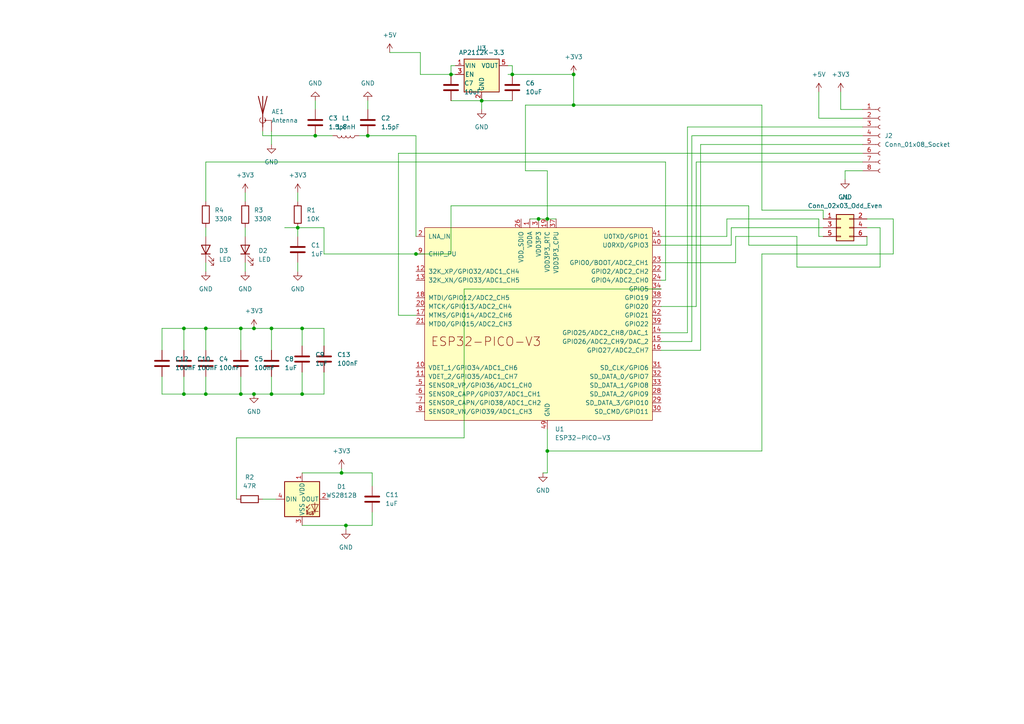
<source format=kicad_sch>
(kicad_sch (version 20230121) (generator eeschema)

  (uuid 6c474cbb-763a-4f6e-b612-55c5ab9e47b2)

  (paper "A4")

  (lib_symbols
    (symbol "Connector:Conn_01x08_Socket" (pin_names (offset 1.016) hide) (in_bom yes) (on_board yes)
      (property "Reference" "J" (at 0 10.16 0)
        (effects (font (size 1.27 1.27)))
      )
      (property "Value" "Conn_01x08_Socket" (at 0 -12.7 0)
        (effects (font (size 1.27 1.27)))
      )
      (property "Footprint" "" (at 0 0 0)
        (effects (font (size 1.27 1.27)) hide)
      )
      (property "Datasheet" "~" (at 0 0 0)
        (effects (font (size 1.27 1.27)) hide)
      )
      (property "ki_locked" "" (at 0 0 0)
        (effects (font (size 1.27 1.27)))
      )
      (property "ki_keywords" "connector" (at 0 0 0)
        (effects (font (size 1.27 1.27)) hide)
      )
      (property "ki_description" "Generic connector, single row, 01x08, script generated" (at 0 0 0)
        (effects (font (size 1.27 1.27)) hide)
      )
      (property "ki_fp_filters" "Connector*:*_1x??_*" (at 0 0 0)
        (effects (font (size 1.27 1.27)) hide)
      )
      (symbol "Conn_01x08_Socket_1_1"
        (arc (start 0 -9.652) (mid -0.5058 -10.16) (end 0 -10.668)
          (stroke (width 0.1524) (type default))
          (fill (type none))
        )
        (arc (start 0 -7.112) (mid -0.5058 -7.62) (end 0 -8.128)
          (stroke (width 0.1524) (type default))
          (fill (type none))
        )
        (arc (start 0 -4.572) (mid -0.5058 -5.08) (end 0 -5.588)
          (stroke (width 0.1524) (type default))
          (fill (type none))
        )
        (arc (start 0 -2.032) (mid -0.5058 -2.54) (end 0 -3.048)
          (stroke (width 0.1524) (type default))
          (fill (type none))
        )
        (polyline
          (pts
            (xy -1.27 -10.16)
            (xy -0.508 -10.16)
          )
          (stroke (width 0.1524) (type default))
          (fill (type none))
        )
        (polyline
          (pts
            (xy -1.27 -7.62)
            (xy -0.508 -7.62)
          )
          (stroke (width 0.1524) (type default))
          (fill (type none))
        )
        (polyline
          (pts
            (xy -1.27 -5.08)
            (xy -0.508 -5.08)
          )
          (stroke (width 0.1524) (type default))
          (fill (type none))
        )
        (polyline
          (pts
            (xy -1.27 -2.54)
            (xy -0.508 -2.54)
          )
          (stroke (width 0.1524) (type default))
          (fill (type none))
        )
        (polyline
          (pts
            (xy -1.27 0)
            (xy -0.508 0)
          )
          (stroke (width 0.1524) (type default))
          (fill (type none))
        )
        (polyline
          (pts
            (xy -1.27 2.54)
            (xy -0.508 2.54)
          )
          (stroke (width 0.1524) (type default))
          (fill (type none))
        )
        (polyline
          (pts
            (xy -1.27 5.08)
            (xy -0.508 5.08)
          )
          (stroke (width 0.1524) (type default))
          (fill (type none))
        )
        (polyline
          (pts
            (xy -1.27 7.62)
            (xy -0.508 7.62)
          )
          (stroke (width 0.1524) (type default))
          (fill (type none))
        )
        (arc (start 0 0.508) (mid -0.5058 0) (end 0 -0.508)
          (stroke (width 0.1524) (type default))
          (fill (type none))
        )
        (arc (start 0 3.048) (mid -0.5058 2.54) (end 0 2.032)
          (stroke (width 0.1524) (type default))
          (fill (type none))
        )
        (arc (start 0 5.588) (mid -0.5058 5.08) (end 0 4.572)
          (stroke (width 0.1524) (type default))
          (fill (type none))
        )
        (arc (start 0 8.128) (mid -0.5058 7.62) (end 0 7.112)
          (stroke (width 0.1524) (type default))
          (fill (type none))
        )
        (pin passive line (at -5.08 7.62 0) (length 3.81)
          (name "Pin_1" (effects (font (size 1.27 1.27))))
          (number "1" (effects (font (size 1.27 1.27))))
        )
        (pin passive line (at -5.08 5.08 0) (length 3.81)
          (name "Pin_2" (effects (font (size 1.27 1.27))))
          (number "2" (effects (font (size 1.27 1.27))))
        )
        (pin passive line (at -5.08 2.54 0) (length 3.81)
          (name "Pin_3" (effects (font (size 1.27 1.27))))
          (number "3" (effects (font (size 1.27 1.27))))
        )
        (pin passive line (at -5.08 0 0) (length 3.81)
          (name "Pin_4" (effects (font (size 1.27 1.27))))
          (number "4" (effects (font (size 1.27 1.27))))
        )
        (pin passive line (at -5.08 -2.54 0) (length 3.81)
          (name "Pin_5" (effects (font (size 1.27 1.27))))
          (number "5" (effects (font (size 1.27 1.27))))
        )
        (pin passive line (at -5.08 -5.08 0) (length 3.81)
          (name "Pin_6" (effects (font (size 1.27 1.27))))
          (number "6" (effects (font (size 1.27 1.27))))
        )
        (pin passive line (at -5.08 -7.62 0) (length 3.81)
          (name "Pin_7" (effects (font (size 1.27 1.27))))
          (number "7" (effects (font (size 1.27 1.27))))
        )
        (pin passive line (at -5.08 -10.16 0) (length 3.81)
          (name "Pin_8" (effects (font (size 1.27 1.27))))
          (number "8" (effects (font (size 1.27 1.27))))
        )
      )
    )
    (symbol "Connector_Generic:Conn_02x03_Odd_Even" (pin_names (offset 1.016) hide) (in_bom yes) (on_board yes)
      (property "Reference" "J" (at 1.27 5.08 0)
        (effects (font (size 1.27 1.27)))
      )
      (property "Value" "Conn_02x03_Odd_Even" (at 1.27 -5.08 0)
        (effects (font (size 1.27 1.27)))
      )
      (property "Footprint" "" (at 0 0 0)
        (effects (font (size 1.27 1.27)) hide)
      )
      (property "Datasheet" "~" (at 0 0 0)
        (effects (font (size 1.27 1.27)) hide)
      )
      (property "ki_keywords" "connector" (at 0 0 0)
        (effects (font (size 1.27 1.27)) hide)
      )
      (property "ki_description" "Generic connector, double row, 02x03, odd/even pin numbering scheme (row 1 odd numbers, row 2 even numbers), script generated (kicad-library-utils/schlib/autogen/connector/)" (at 0 0 0)
        (effects (font (size 1.27 1.27)) hide)
      )
      (property "ki_fp_filters" "Connector*:*_2x??_*" (at 0 0 0)
        (effects (font (size 1.27 1.27)) hide)
      )
      (symbol "Conn_02x03_Odd_Even_1_1"
        (rectangle (start -1.27 -2.413) (end 0 -2.667)
          (stroke (width 0.1524) (type default))
          (fill (type none))
        )
        (rectangle (start -1.27 0.127) (end 0 -0.127)
          (stroke (width 0.1524) (type default))
          (fill (type none))
        )
        (rectangle (start -1.27 2.667) (end 0 2.413)
          (stroke (width 0.1524) (type default))
          (fill (type none))
        )
        (rectangle (start -1.27 3.81) (end 3.81 -3.81)
          (stroke (width 0.254) (type default))
          (fill (type background))
        )
        (rectangle (start 3.81 -2.413) (end 2.54 -2.667)
          (stroke (width 0.1524) (type default))
          (fill (type none))
        )
        (rectangle (start 3.81 0.127) (end 2.54 -0.127)
          (stroke (width 0.1524) (type default))
          (fill (type none))
        )
        (rectangle (start 3.81 2.667) (end 2.54 2.413)
          (stroke (width 0.1524) (type default))
          (fill (type none))
        )
        (pin passive line (at -5.08 2.54 0) (length 3.81)
          (name "Pin_1" (effects (font (size 1.27 1.27))))
          (number "1" (effects (font (size 1.27 1.27))))
        )
        (pin passive line (at 7.62 2.54 180) (length 3.81)
          (name "Pin_2" (effects (font (size 1.27 1.27))))
          (number "2" (effects (font (size 1.27 1.27))))
        )
        (pin passive line (at -5.08 0 0) (length 3.81)
          (name "Pin_3" (effects (font (size 1.27 1.27))))
          (number "3" (effects (font (size 1.27 1.27))))
        )
        (pin passive line (at 7.62 0 180) (length 3.81)
          (name "Pin_4" (effects (font (size 1.27 1.27))))
          (number "4" (effects (font (size 1.27 1.27))))
        )
        (pin passive line (at -5.08 -2.54 0) (length 3.81)
          (name "Pin_5" (effects (font (size 1.27 1.27))))
          (number "5" (effects (font (size 1.27 1.27))))
        )
        (pin passive line (at 7.62 -2.54 180) (length 3.81)
          (name "Pin_6" (effects (font (size 1.27 1.27))))
          (number "6" (effects (font (size 1.27 1.27))))
        )
      )
    )
    (symbol "Device:Antenna_Shield" (pin_numbers hide) (pin_names (offset 1.016) hide) (in_bom yes) (on_board yes)
      (property "Reference" "AE" (at -1.905 4.445 0)
        (effects (font (size 1.27 1.27)) (justify right))
      )
      (property "Value" "Antenna_Shield" (at -1.905 2.54 0)
        (effects (font (size 1.27 1.27)) (justify right))
      )
      (property "Footprint" "" (at 0 2.54 0)
        (effects (font (size 1.27 1.27)) hide)
      )
      (property "Datasheet" "~" (at 0 2.54 0)
        (effects (font (size 1.27 1.27)) hide)
      )
      (property "ki_keywords" "antenna" (at 0 0 0)
        (effects (font (size 1.27 1.27)) hide)
      )
      (property "ki_description" "Antenna with extra pin for shielding" (at 0 0 0)
        (effects (font (size 1.27 1.27)) hide)
      )
      (symbol "Antenna_Shield_0_1"
        (arc (start -0.508 -1.143) (mid -0.8429 -2.1194) (end 0 -2.667)
          (stroke (width 0) (type default))
          (fill (type none))
        )
        (arc (start 0 -2.667) (mid 0.7989 -2.1052) (end 0.508 -1.143)
          (stroke (width 0) (type default))
          (fill (type none))
        )
        (polyline
          (pts
            (xy 0 -2.54)
            (xy 0 0)
          )
          (stroke (width 0) (type default))
          (fill (type none))
        )
        (polyline
          (pts
            (xy 0 5.08)
            (xy 0 -3.81)
          )
          (stroke (width 0.254) (type default))
          (fill (type none))
        )
        (polyline
          (pts
            (xy 0.762 -1.905)
            (xy 2.54 -1.905)
          )
          (stroke (width 0) (type default))
          (fill (type none))
        )
        (polyline
          (pts
            (xy 2.54 -2.54)
            (xy 2.54 -1.905)
          )
          (stroke (width 0) (type default))
          (fill (type none))
        )
        (polyline
          (pts
            (xy 1.27 5.08)
            (xy 0 0)
            (xy -1.27 5.08)
          )
          (stroke (width 0.254) (type default))
          (fill (type none))
        )
        (circle (center 0.762 -1.905) (radius 0.1778)
          (stroke (width 0) (type default))
          (fill (type outline))
        )
      )
      (symbol "Antenna_Shield_1_1"
        (pin input line (at 0 -5.08 90) (length 2.54)
          (name "A" (effects (font (size 1.27 1.27))))
          (number "1" (effects (font (size 1.27 1.27))))
        )
        (pin input line (at 2.54 -5.08 90) (length 2.54)
          (name "Shield" (effects (font (size 1.27 1.27))))
          (number "2" (effects (font (size 1.27 1.27))))
        )
      )
    )
    (symbol "Device:C" (pin_numbers hide) (pin_names (offset 0.254)) (in_bom yes) (on_board yes)
      (property "Reference" "C" (at 0.635 2.54 0)
        (effects (font (size 1.27 1.27)) (justify left))
      )
      (property "Value" "C" (at 0.635 -2.54 0)
        (effects (font (size 1.27 1.27)) (justify left))
      )
      (property "Footprint" "" (at 0.9652 -3.81 0)
        (effects (font (size 1.27 1.27)) hide)
      )
      (property "Datasheet" "~" (at 0 0 0)
        (effects (font (size 1.27 1.27)) hide)
      )
      (property "ki_keywords" "cap capacitor" (at 0 0 0)
        (effects (font (size 1.27 1.27)) hide)
      )
      (property "ki_description" "Unpolarized capacitor" (at 0 0 0)
        (effects (font (size 1.27 1.27)) hide)
      )
      (property "ki_fp_filters" "C_*" (at 0 0 0)
        (effects (font (size 1.27 1.27)) hide)
      )
      (symbol "C_0_1"
        (polyline
          (pts
            (xy -2.032 -0.762)
            (xy 2.032 -0.762)
          )
          (stroke (width 0.508) (type default))
          (fill (type none))
        )
        (polyline
          (pts
            (xy -2.032 0.762)
            (xy 2.032 0.762)
          )
          (stroke (width 0.508) (type default))
          (fill (type none))
        )
      )
      (symbol "C_1_1"
        (pin passive line (at 0 3.81 270) (length 2.794)
          (name "~" (effects (font (size 1.27 1.27))))
          (number "1" (effects (font (size 1.27 1.27))))
        )
        (pin passive line (at 0 -3.81 90) (length 2.794)
          (name "~" (effects (font (size 1.27 1.27))))
          (number "2" (effects (font (size 1.27 1.27))))
        )
      )
    )
    (symbol "Device:L" (pin_numbers hide) (pin_names (offset 1.016) hide) (in_bom yes) (on_board yes)
      (property "Reference" "L" (at -1.27 0 90)
        (effects (font (size 1.27 1.27)))
      )
      (property "Value" "L" (at 1.905 0 90)
        (effects (font (size 1.27 1.27)))
      )
      (property "Footprint" "" (at 0 0 0)
        (effects (font (size 1.27 1.27)) hide)
      )
      (property "Datasheet" "~" (at 0 0 0)
        (effects (font (size 1.27 1.27)) hide)
      )
      (property "ki_keywords" "inductor choke coil reactor magnetic" (at 0 0 0)
        (effects (font (size 1.27 1.27)) hide)
      )
      (property "ki_description" "Inductor" (at 0 0 0)
        (effects (font (size 1.27 1.27)) hide)
      )
      (property "ki_fp_filters" "Choke_* *Coil* Inductor_* L_*" (at 0 0 0)
        (effects (font (size 1.27 1.27)) hide)
      )
      (symbol "L_0_1"
        (arc (start 0 -2.54) (mid 0.6323 -1.905) (end 0 -1.27)
          (stroke (width 0) (type default))
          (fill (type none))
        )
        (arc (start 0 -1.27) (mid 0.6323 -0.635) (end 0 0)
          (stroke (width 0) (type default))
          (fill (type none))
        )
        (arc (start 0 0) (mid 0.6323 0.635) (end 0 1.27)
          (stroke (width 0) (type default))
          (fill (type none))
        )
        (arc (start 0 1.27) (mid 0.6323 1.905) (end 0 2.54)
          (stroke (width 0) (type default))
          (fill (type none))
        )
      )
      (symbol "L_1_1"
        (pin passive line (at 0 3.81 270) (length 1.27)
          (name "1" (effects (font (size 1.27 1.27))))
          (number "1" (effects (font (size 1.27 1.27))))
        )
        (pin passive line (at 0 -3.81 90) (length 1.27)
          (name "2" (effects (font (size 1.27 1.27))))
          (number "2" (effects (font (size 1.27 1.27))))
        )
      )
    )
    (symbol "Device:LED" (pin_numbers hide) (pin_names (offset 1.016) hide) (in_bom yes) (on_board yes)
      (property "Reference" "D" (at 0 2.54 0)
        (effects (font (size 1.27 1.27)))
      )
      (property "Value" "LED" (at 0 -2.54 0)
        (effects (font (size 1.27 1.27)))
      )
      (property "Footprint" "" (at 0 0 0)
        (effects (font (size 1.27 1.27)) hide)
      )
      (property "Datasheet" "~" (at 0 0 0)
        (effects (font (size 1.27 1.27)) hide)
      )
      (property "ki_keywords" "LED diode" (at 0 0 0)
        (effects (font (size 1.27 1.27)) hide)
      )
      (property "ki_description" "Light emitting diode" (at 0 0 0)
        (effects (font (size 1.27 1.27)) hide)
      )
      (property "ki_fp_filters" "LED* LED_SMD:* LED_THT:*" (at 0 0 0)
        (effects (font (size 1.27 1.27)) hide)
      )
      (symbol "LED_0_1"
        (polyline
          (pts
            (xy -1.27 -1.27)
            (xy -1.27 1.27)
          )
          (stroke (width 0.254) (type default))
          (fill (type none))
        )
        (polyline
          (pts
            (xy -1.27 0)
            (xy 1.27 0)
          )
          (stroke (width 0) (type default))
          (fill (type none))
        )
        (polyline
          (pts
            (xy 1.27 -1.27)
            (xy 1.27 1.27)
            (xy -1.27 0)
            (xy 1.27 -1.27)
          )
          (stroke (width 0.254) (type default))
          (fill (type none))
        )
        (polyline
          (pts
            (xy -3.048 -0.762)
            (xy -4.572 -2.286)
            (xy -3.81 -2.286)
            (xy -4.572 -2.286)
            (xy -4.572 -1.524)
          )
          (stroke (width 0) (type default))
          (fill (type none))
        )
        (polyline
          (pts
            (xy -1.778 -0.762)
            (xy -3.302 -2.286)
            (xy -2.54 -2.286)
            (xy -3.302 -2.286)
            (xy -3.302 -1.524)
          )
          (stroke (width 0) (type default))
          (fill (type none))
        )
      )
      (symbol "LED_1_1"
        (pin passive line (at -3.81 0 0) (length 2.54)
          (name "K" (effects (font (size 1.27 1.27))))
          (number "1" (effects (font (size 1.27 1.27))))
        )
        (pin passive line (at 3.81 0 180) (length 2.54)
          (name "A" (effects (font (size 1.27 1.27))))
          (number "2" (effects (font (size 1.27 1.27))))
        )
      )
    )
    (symbol "Device:R" (pin_numbers hide) (pin_names (offset 0)) (in_bom yes) (on_board yes)
      (property "Reference" "R" (at 2.032 0 90)
        (effects (font (size 1.27 1.27)))
      )
      (property "Value" "R" (at 0 0 90)
        (effects (font (size 1.27 1.27)))
      )
      (property "Footprint" "" (at -1.778 0 90)
        (effects (font (size 1.27 1.27)) hide)
      )
      (property "Datasheet" "~" (at 0 0 0)
        (effects (font (size 1.27 1.27)) hide)
      )
      (property "ki_keywords" "R res resistor" (at 0 0 0)
        (effects (font (size 1.27 1.27)) hide)
      )
      (property "ki_description" "Resistor" (at 0 0 0)
        (effects (font (size 1.27 1.27)) hide)
      )
      (property "ki_fp_filters" "R_*" (at 0 0 0)
        (effects (font (size 1.27 1.27)) hide)
      )
      (symbol "R_0_1"
        (rectangle (start -1.016 -2.54) (end 1.016 2.54)
          (stroke (width 0.254) (type default))
          (fill (type none))
        )
      )
      (symbol "R_1_1"
        (pin passive line (at 0 3.81 270) (length 1.27)
          (name "~" (effects (font (size 1.27 1.27))))
          (number "1" (effects (font (size 1.27 1.27))))
        )
        (pin passive line (at 0 -3.81 90) (length 1.27)
          (name "~" (effects (font (size 1.27 1.27))))
          (number "2" (effects (font (size 1.27 1.27))))
        )
      )
    )
    (symbol "Espressif:ESP32-PICO-V3" (pin_names (offset 1.016)) (in_bom yes) (on_board yes)
      (property "Reference" "U" (at -33.02 33.02 0)
        (effects (font (size 1.27 1.27)) (justify left))
      )
      (property "Value" "ESP32-PICO-V3" (at -33.02 30.48 0)
        (effects (font (size 1.27 1.27)) (justify left))
      )
      (property "Footprint" "Package_DFN_QFN:QFN-48-1EP_7x7mm_P0.5mm_EP5.15x5.15mm" (at 0 -43.18 0)
        (effects (font (size 1.27 1.27)) hide)
      )
      (property "Datasheet" "https://www.espressif.com/sites/default/files/documentation/esp32-pico-v3_datasheet_en.pdf" (at 0 -45.72 0)
        (effects (font (size 1.27 1.27)) hide)
      )
      (property "ki_description" "The ESP32-PICO-V3 is a System-in-Package (SiP) device that is based on ESP32 with ECO V3 wafer, providingcomplete Wi-Fi and Bluetooth®functionalities. It integrates a 4 MB SPI flash." (at 0 0 0)
        (effects (font (size 1.27 1.27)) hide)
      )
      (symbol "ESP32-PICO-V3_0_0"
        (text "ESP32-PICO-V3" (at -15.24 -5.08 0)
          (effects (font (size 2.54 2.54)))
        )
      )
      (symbol "ESP32-PICO-V3_0_1"
        (rectangle (start -33.02 27.94) (end 33.02 -27.94)
          (stroke (width 0) (type default))
          (fill (type background))
        )
      )
      (symbol "ESP32-PICO-V3_1_1"
        (pin power_in line (at -2.54 30.48 270) (length 2.54)
          (name "VDDA" (effects (font (size 1.27 1.27))))
          (number "1" (effects (font (size 1.27 1.27))))
        )
        (pin input line (at -35.56 -12.7 0) (length 2.54)
          (name "VDET_1/GPIO34/ADC1_CH6" (effects (font (size 1.27 1.27))))
          (number "10" (effects (font (size 1.27 1.27))))
        )
        (pin input line (at -35.56 -15.24 0) (length 2.54)
          (name "VDET_2/GPIO35/ADC1_CH7" (effects (font (size 1.27 1.27))))
          (number "11" (effects (font (size 1.27 1.27))))
        )
        (pin bidirectional line (at -35.56 15.24 0) (length 2.54)
          (name "32K_XP/GPIO32/ADC1_CH4" (effects (font (size 1.27 1.27))))
          (number "12" (effects (font (size 1.27 1.27))))
        )
        (pin bidirectional line (at -35.56 12.7 0) (length 2.54)
          (name "32K_XN/GPIO33/ADC1_CH5" (effects (font (size 1.27 1.27))))
          (number "13" (effects (font (size 1.27 1.27))))
        )
        (pin bidirectional line (at 35.56 -2.54 180) (length 2.54)
          (name "GPIO25/ADC2_CH8/DAC_1" (effects (font (size 1.27 1.27))))
          (number "14" (effects (font (size 1.27 1.27))))
        )
        (pin bidirectional line (at 35.56 -5.08 180) (length 2.54)
          (name "GPIO26/ADC2_CH9/DAC_2" (effects (font (size 1.27 1.27))))
          (number "15" (effects (font (size 1.27 1.27))))
        )
        (pin bidirectional line (at 35.56 -7.62 180) (length 2.54)
          (name "GPIO27/ADC2_CH7" (effects (font (size 1.27 1.27))))
          (number "16" (effects (font (size 1.27 1.27))))
        )
        (pin bidirectional line (at -35.56 2.54 0) (length 2.54)
          (name "MTMS/GPIO14/ADC2_CH6" (effects (font (size 1.27 1.27))))
          (number "17" (effects (font (size 1.27 1.27))))
        )
        (pin bidirectional line (at -35.56 7.62 0) (length 2.54)
          (name "MTDI/GPIO12/ADC2_CH5" (effects (font (size 1.27 1.27))))
          (number "18" (effects (font (size 1.27 1.27))))
        )
        (pin power_in line (at 2.54 30.48 270) (length 2.54)
          (name "VDD3P3_RTC" (effects (font (size 1.27 1.27))))
          (number "19" (effects (font (size 1.27 1.27))))
        )
        (pin bidirectional line (at -35.56 25.4 0) (length 2.54)
          (name "LNA_IN" (effects (font (size 1.27 1.27))))
          (number "2" (effects (font (size 1.27 1.27))))
        )
        (pin bidirectional line (at -35.56 5.08 0) (length 2.54)
          (name "MTCK/GPIO13/ADC2_CH4" (effects (font (size 1.27 1.27))))
          (number "20" (effects (font (size 1.27 1.27))))
        )
        (pin bidirectional line (at -35.56 0 0) (length 2.54)
          (name "MTDO/GPIO15/ADC2_CH3" (effects (font (size 1.27 1.27))))
          (number "21" (effects (font (size 1.27 1.27))))
        )
        (pin bidirectional line (at 35.56 15.24 180) (length 2.54)
          (name "GPIO2/ADC2_CH2" (effects (font (size 1.27 1.27))))
          (number "22" (effects (font (size 1.27 1.27))))
        )
        (pin bidirectional line (at 35.56 17.78 180) (length 2.54)
          (name "GPIO0/BOOT/ADC2_CH1" (effects (font (size 1.27 1.27))))
          (number "23" (effects (font (size 1.27 1.27))))
        )
        (pin bidirectional line (at 35.56 12.7 180) (length 2.54)
          (name "GPIO4/ADC2_CH0" (effects (font (size 1.27 1.27))))
          (number "24" (effects (font (size 1.27 1.27))))
        )
        (pin power_out line (at -5.08 30.48 270) (length 2.54)
          (name "VDD_SDIO" (effects (font (size 1.27 1.27))))
          (number "26" (effects (font (size 1.27 1.27))))
        )
        (pin bidirectional line (at 35.56 5.08 180) (length 2.54)
          (name "GPIO20" (effects (font (size 1.27 1.27))))
          (number "27" (effects (font (size 1.27 1.27))))
        )
        (pin bidirectional line (at 35.56 -20.32 180) (length 2.54)
          (name "SD_DATA_2/GPIO9" (effects (font (size 1.27 1.27))))
          (number "28" (effects (font (size 1.27 1.27))))
        )
        (pin bidirectional line (at 35.56 -22.86 180) (length 2.54)
          (name "SD_DATA_3/GPIO10" (effects (font (size 1.27 1.27))))
          (number "29" (effects (font (size 1.27 1.27))))
        )
        (pin power_in line (at 0 30.48 270) (length 2.54)
          (name "VDD3P3" (effects (font (size 1.27 1.27))))
          (number "3" (effects (font (size 1.27 1.27))))
        )
        (pin bidirectional line (at 35.56 -25.4 180) (length 2.54)
          (name "SD_CMD/GPIO11" (effects (font (size 1.27 1.27))))
          (number "30" (effects (font (size 1.27 1.27))))
        )
        (pin bidirectional line (at 35.56 -12.7 180) (length 2.54)
          (name "SD_CLK/GPIO6" (effects (font (size 1.27 1.27))))
          (number "31" (effects (font (size 1.27 1.27))))
        )
        (pin bidirectional line (at 35.56 -15.24 180) (length 2.54)
          (name "SD_DATA_0/GPIO7" (effects (font (size 1.27 1.27))))
          (number "32" (effects (font (size 1.27 1.27))))
        )
        (pin bidirectional line (at 35.56 -17.78 180) (length 2.54)
          (name "SD_DATA_1/GPIO8" (effects (font (size 1.27 1.27))))
          (number "33" (effects (font (size 1.27 1.27))))
        )
        (pin bidirectional line (at 35.56 10.16 180) (length 2.54)
          (name "GPIO5" (effects (font (size 1.27 1.27))))
          (number "34" (effects (font (size 1.27 1.27))))
        )
        (pin power_in line (at 5.08 30.48 270) (length 2.54)
          (name "VDD3P3_CPU" (effects (font (size 1.27 1.27))))
          (number "37" (effects (font (size 1.27 1.27))))
        )
        (pin bidirectional line (at 35.56 7.62 180) (length 2.54)
          (name "GPIO19" (effects (font (size 1.27 1.27))))
          (number "38" (effects (font (size 1.27 1.27))))
        )
        (pin bidirectional line (at 35.56 0 180) (length 2.54)
          (name "GPIO22" (effects (font (size 1.27 1.27))))
          (number "39" (effects (font (size 1.27 1.27))))
        )
        (pin passive line (at 0 30.48 270) (length 2.54) hide
          (name "VDD3P3" (effects (font (size 1.27 1.27))))
          (number "4" (effects (font (size 1.27 1.27))))
        )
        (pin bidirectional line (at 35.56 22.86 180) (length 2.54)
          (name "U0RXD/GPIO3" (effects (font (size 1.27 1.27))))
          (number "40" (effects (font (size 1.27 1.27))))
        )
        (pin bidirectional line (at 35.56 25.4 180) (length 2.54)
          (name "U0TXD/GPIO1" (effects (font (size 1.27 1.27))))
          (number "41" (effects (font (size 1.27 1.27))))
        )
        (pin bidirectional line (at 35.56 2.54 180) (length 2.54)
          (name "GPIO21" (effects (font (size 1.27 1.27))))
          (number "42" (effects (font (size 1.27 1.27))))
        )
        (pin passive line (at -2.54 30.48 270) (length 2.54) hide
          (name "VDDA" (effects (font (size 1.27 1.27))))
          (number "43" (effects (font (size 1.27 1.27))))
        )
        (pin passive line (at -2.54 30.48 270) (length 2.54) hide
          (name "VDDA" (effects (font (size 1.27 1.27))))
          (number "46" (effects (font (size 1.27 1.27))))
        )
        (pin power_in line (at 2.54 -30.48 90) (length 2.54)
          (name "GND" (effects (font (size 1.27 1.27))))
          (number "49" (effects (font (size 1.27 1.27))))
        )
        (pin input line (at -35.56 -17.78 0) (length 2.54)
          (name "SENSOR_VP/GPIO36/ADC1_CH0" (effects (font (size 1.27 1.27))))
          (number "5" (effects (font (size 1.27 1.27))))
        )
        (pin input line (at -35.56 -20.32 0) (length 2.54)
          (name "SENSOR_CAPP/GPIO37/ADC1_CH1" (effects (font (size 1.27 1.27))))
          (number "6" (effects (font (size 1.27 1.27))))
        )
        (pin input line (at -35.56 -22.86 0) (length 2.54)
          (name "SENSOR_CAPN/GPIO38/ADC1_CH2" (effects (font (size 1.27 1.27))))
          (number "7" (effects (font (size 1.27 1.27))))
        )
        (pin input line (at -35.56 -25.4 0) (length 2.54)
          (name "SENSOR_VN/GPIO39/ADC1_CH3" (effects (font (size 1.27 1.27))))
          (number "8" (effects (font (size 1.27 1.27))))
        )
        (pin input line (at -35.56 20.32 0) (length 2.54)
          (name "CHIP_PU" (effects (font (size 1.27 1.27))))
          (number "9" (effects (font (size 1.27 1.27))))
        )
      )
    )
    (symbol "LED:WS2812B" (pin_names (offset 0.254)) (in_bom yes) (on_board yes)
      (property "Reference" "D" (at 5.08 5.715 0)
        (effects (font (size 1.27 1.27)) (justify right bottom))
      )
      (property "Value" "WS2812B" (at 1.27 -5.715 0)
        (effects (font (size 1.27 1.27)) (justify left top))
      )
      (property "Footprint" "LED_SMD:LED_WS2812B_PLCC4_5.0x5.0mm_P3.2mm" (at 1.27 -7.62 0)
        (effects (font (size 1.27 1.27)) (justify left top) hide)
      )
      (property "Datasheet" "https://cdn-shop.adafruit.com/datasheets/WS2812B.pdf" (at 2.54 -9.525 0)
        (effects (font (size 1.27 1.27)) (justify left top) hide)
      )
      (property "ki_keywords" "RGB LED NeoPixel addressable" (at 0 0 0)
        (effects (font (size 1.27 1.27)) hide)
      )
      (property "ki_description" "RGB LED with integrated controller" (at 0 0 0)
        (effects (font (size 1.27 1.27)) hide)
      )
      (property "ki_fp_filters" "LED*WS2812*PLCC*5.0x5.0mm*P3.2mm*" (at 0 0 0)
        (effects (font (size 1.27 1.27)) hide)
      )
      (symbol "WS2812B_0_0"
        (text "RGB" (at 2.286 -4.191 0)
          (effects (font (size 0.762 0.762)))
        )
      )
      (symbol "WS2812B_0_1"
        (polyline
          (pts
            (xy 1.27 -3.556)
            (xy 1.778 -3.556)
          )
          (stroke (width 0) (type default))
          (fill (type none))
        )
        (polyline
          (pts
            (xy 1.27 -2.54)
            (xy 1.778 -2.54)
          )
          (stroke (width 0) (type default))
          (fill (type none))
        )
        (polyline
          (pts
            (xy 4.699 -3.556)
            (xy 2.667 -3.556)
          )
          (stroke (width 0) (type default))
          (fill (type none))
        )
        (polyline
          (pts
            (xy 2.286 -2.54)
            (xy 1.27 -3.556)
            (xy 1.27 -3.048)
          )
          (stroke (width 0) (type default))
          (fill (type none))
        )
        (polyline
          (pts
            (xy 2.286 -1.524)
            (xy 1.27 -2.54)
            (xy 1.27 -2.032)
          )
          (stroke (width 0) (type default))
          (fill (type none))
        )
        (polyline
          (pts
            (xy 3.683 -1.016)
            (xy 3.683 -3.556)
            (xy 3.683 -4.064)
          )
          (stroke (width 0) (type default))
          (fill (type none))
        )
        (polyline
          (pts
            (xy 4.699 -1.524)
            (xy 2.667 -1.524)
            (xy 3.683 -3.556)
            (xy 4.699 -1.524)
          )
          (stroke (width 0) (type default))
          (fill (type none))
        )
        (rectangle (start 5.08 5.08) (end -5.08 -5.08)
          (stroke (width 0.254) (type default))
          (fill (type background))
        )
      )
      (symbol "WS2812B_1_1"
        (pin power_in line (at 0 7.62 270) (length 2.54)
          (name "VDD" (effects (font (size 1.27 1.27))))
          (number "1" (effects (font (size 1.27 1.27))))
        )
        (pin output line (at 7.62 0 180) (length 2.54)
          (name "DOUT" (effects (font (size 1.27 1.27))))
          (number "2" (effects (font (size 1.27 1.27))))
        )
        (pin power_in line (at 0 -7.62 90) (length 2.54)
          (name "VSS" (effects (font (size 1.27 1.27))))
          (number "3" (effects (font (size 1.27 1.27))))
        )
        (pin input line (at -7.62 0 0) (length 2.54)
          (name "DIN" (effects (font (size 1.27 1.27))))
          (number "4" (effects (font (size 1.27 1.27))))
        )
      )
    )
    (symbol "Regulator_Linear:AP2112K-3.3" (pin_names (offset 0.254)) (in_bom yes) (on_board yes)
      (property "Reference" "U" (at -5.08 5.715 0)
        (effects (font (size 1.27 1.27)) (justify left))
      )
      (property "Value" "AP2112K-3.3" (at 0 5.715 0)
        (effects (font (size 1.27 1.27)) (justify left))
      )
      (property "Footprint" "Package_TO_SOT_SMD:SOT-23-5" (at 0 8.255 0)
        (effects (font (size 1.27 1.27)) hide)
      )
      (property "Datasheet" "https://www.diodes.com/assets/Datasheets/AP2112.pdf" (at 0 2.54 0)
        (effects (font (size 1.27 1.27)) hide)
      )
      (property "ki_keywords" "linear regulator ldo fixed positive" (at 0 0 0)
        (effects (font (size 1.27 1.27)) hide)
      )
      (property "ki_description" "600mA low dropout linear regulator, with enable pin, 3.8V-6V input voltage range, 3.3V fixed positive output, SOT-23-5" (at 0 0 0)
        (effects (font (size 1.27 1.27)) hide)
      )
      (property "ki_fp_filters" "SOT?23?5*" (at 0 0 0)
        (effects (font (size 1.27 1.27)) hide)
      )
      (symbol "AP2112K-3.3_0_1"
        (rectangle (start -5.08 4.445) (end 5.08 -5.08)
          (stroke (width 0.254) (type default))
          (fill (type background))
        )
      )
      (symbol "AP2112K-3.3_1_1"
        (pin power_in line (at -7.62 2.54 0) (length 2.54)
          (name "VIN" (effects (font (size 1.27 1.27))))
          (number "1" (effects (font (size 1.27 1.27))))
        )
        (pin power_in line (at 0 -7.62 90) (length 2.54)
          (name "GND" (effects (font (size 1.27 1.27))))
          (number "2" (effects (font (size 1.27 1.27))))
        )
        (pin input line (at -7.62 0 0) (length 2.54)
          (name "EN" (effects (font (size 1.27 1.27))))
          (number "3" (effects (font (size 1.27 1.27))))
        )
        (pin no_connect line (at 5.08 0 180) (length 2.54) hide
          (name "NC" (effects (font (size 1.27 1.27))))
          (number "4" (effects (font (size 1.27 1.27))))
        )
        (pin power_out line (at 7.62 2.54 180) (length 2.54)
          (name "VOUT" (effects (font (size 1.27 1.27))))
          (number "5" (effects (font (size 1.27 1.27))))
        )
      )
    )
    (symbol "power:+3V3" (power) (pin_names (offset 0)) (in_bom yes) (on_board yes)
      (property "Reference" "#PWR" (at 0 -3.81 0)
        (effects (font (size 1.27 1.27)) hide)
      )
      (property "Value" "+3V3" (at 0 3.556 0)
        (effects (font (size 1.27 1.27)))
      )
      (property "Footprint" "" (at 0 0 0)
        (effects (font (size 1.27 1.27)) hide)
      )
      (property "Datasheet" "" (at 0 0 0)
        (effects (font (size 1.27 1.27)) hide)
      )
      (property "ki_keywords" "global power" (at 0 0 0)
        (effects (font (size 1.27 1.27)) hide)
      )
      (property "ki_description" "Power symbol creates a global label with name \"+3V3\"" (at 0 0 0)
        (effects (font (size 1.27 1.27)) hide)
      )
      (symbol "+3V3_0_1"
        (polyline
          (pts
            (xy -0.762 1.27)
            (xy 0 2.54)
          )
          (stroke (width 0) (type default))
          (fill (type none))
        )
        (polyline
          (pts
            (xy 0 0)
            (xy 0 2.54)
          )
          (stroke (width 0) (type default))
          (fill (type none))
        )
        (polyline
          (pts
            (xy 0 2.54)
            (xy 0.762 1.27)
          )
          (stroke (width 0) (type default))
          (fill (type none))
        )
      )
      (symbol "+3V3_1_1"
        (pin power_in line (at 0 0 90) (length 0) hide
          (name "+3V3" (effects (font (size 1.27 1.27))))
          (number "1" (effects (font (size 1.27 1.27))))
        )
      )
    )
    (symbol "power:+5V" (power) (pin_names (offset 0)) (in_bom yes) (on_board yes)
      (property "Reference" "#PWR" (at 0 -3.81 0)
        (effects (font (size 1.27 1.27)) hide)
      )
      (property "Value" "+5V" (at 0 3.556 0)
        (effects (font (size 1.27 1.27)))
      )
      (property "Footprint" "" (at 0 0 0)
        (effects (font (size 1.27 1.27)) hide)
      )
      (property "Datasheet" "" (at 0 0 0)
        (effects (font (size 1.27 1.27)) hide)
      )
      (property "ki_keywords" "global power" (at 0 0 0)
        (effects (font (size 1.27 1.27)) hide)
      )
      (property "ki_description" "Power symbol creates a global label with name \"+5V\"" (at 0 0 0)
        (effects (font (size 1.27 1.27)) hide)
      )
      (symbol "+5V_0_1"
        (polyline
          (pts
            (xy -0.762 1.27)
            (xy 0 2.54)
          )
          (stroke (width 0) (type default))
          (fill (type none))
        )
        (polyline
          (pts
            (xy 0 0)
            (xy 0 2.54)
          )
          (stroke (width 0) (type default))
          (fill (type none))
        )
        (polyline
          (pts
            (xy 0 2.54)
            (xy 0.762 1.27)
          )
          (stroke (width 0) (type default))
          (fill (type none))
        )
      )
      (symbol "+5V_1_1"
        (pin power_in line (at 0 0 90) (length 0) hide
          (name "+5V" (effects (font (size 1.27 1.27))))
          (number "1" (effects (font (size 1.27 1.27))))
        )
      )
    )
    (symbol "power:GND" (power) (pin_names (offset 0)) (in_bom yes) (on_board yes)
      (property "Reference" "#PWR" (at 0 -6.35 0)
        (effects (font (size 1.27 1.27)) hide)
      )
      (property "Value" "GND" (at 0 -3.81 0)
        (effects (font (size 1.27 1.27)))
      )
      (property "Footprint" "" (at 0 0 0)
        (effects (font (size 1.27 1.27)) hide)
      )
      (property "Datasheet" "" (at 0 0 0)
        (effects (font (size 1.27 1.27)) hide)
      )
      (property "ki_keywords" "global power" (at 0 0 0)
        (effects (font (size 1.27 1.27)) hide)
      )
      (property "ki_description" "Power symbol creates a global label with name \"GND\" , ground" (at 0 0 0)
        (effects (font (size 1.27 1.27)) hide)
      )
      (symbol "GND_0_1"
        (polyline
          (pts
            (xy 0 0)
            (xy 0 -1.27)
            (xy 1.27 -1.27)
            (xy 0 -2.54)
            (xy -1.27 -1.27)
            (xy 0 -1.27)
          )
          (stroke (width 0) (type default))
          (fill (type none))
        )
      )
      (symbol "GND_1_1"
        (pin power_in line (at 0 0 270) (length 0) hide
          (name "GND" (effects (font (size 1.27 1.27))))
          (number "1" (effects (font (size 1.27 1.27))))
        )
      )
    )
  )

  (junction (at 78.74 95.25) (diameter 0) (color 0 0 0 0)
    (uuid 0acb470d-a810-4de5-b482-ca16164e6770)
  )
  (junction (at 87.63 95.25) (diameter 0) (color 0 0 0 0)
    (uuid 10265c90-d33d-4a93-a964-e8bf49edee9a)
  )
  (junction (at 106.68 39.37) (diameter 0) (color 0 0 0 0)
    (uuid 1f8c41d7-fa86-471f-9c34-61b0a5b65d50)
  )
  (junction (at 73.66 95.25) (diameter 0) (color 0 0 0 0)
    (uuid 26996b9a-cd35-4025-98c2-2de69378a14e)
  )
  (junction (at 158.75 130.81) (diameter 0) (color 0 0 0 0)
    (uuid 3cd5a5a8-9e07-4e9f-9a0d-6b681212cf2b)
  )
  (junction (at 156.21 63.5) (diameter 0) (color 0 0 0 0)
    (uuid 3fecb743-6443-49a1-8240-e4762e4bcef5)
  )
  (junction (at 78.74 114.3) (diameter 0) (color 0 0 0 0)
    (uuid 64e8d2fd-0811-4192-8bfa-e8ea278d504f)
  )
  (junction (at 139.7 29.21) (diameter 0) (color 0 0 0 0)
    (uuid 6d2a1c99-7c02-4c41-8b93-e654818da255)
  )
  (junction (at 91.44 39.37) (diameter 0) (color 0 0 0 0)
    (uuid 72e5724a-7c21-4192-a52b-55d7d521068c)
  )
  (junction (at 73.66 114.3) (diameter 0) (color 0 0 0 0)
    (uuid 74486d80-7457-40cd-97be-a0cdc4aad66b)
  )
  (junction (at 158.75 63.5) (diameter 0) (color 0 0 0 0)
    (uuid 84fa3ef6-10da-4202-b784-76f2f5d06ca3)
  )
  (junction (at 69.85 95.25) (diameter 0) (color 0 0 0 0)
    (uuid 851224fc-c088-44b9-b0ff-30120a4a5843)
  )
  (junction (at 87.63 114.3) (diameter 0) (color 0 0 0 0)
    (uuid 9863899b-b409-4cdc-b0e9-a225cb34338b)
  )
  (junction (at 130.81 21.59) (diameter 0) (color 0 0 0 0)
    (uuid a44c02c8-6a28-4196-bb9d-2615e41a40f9)
  )
  (junction (at 59.69 95.25) (diameter 0) (color 0 0 0 0)
    (uuid ac146a41-9dfd-4858-88cf-5e56d4a036ed)
  )
  (junction (at 86.36 66.04) (diameter 0) (color 0 0 0 0)
    (uuid adce3b9b-d1a9-480b-9d7e-7de38446fb12)
  )
  (junction (at 53.34 95.25) (diameter 0) (color 0 0 0 0)
    (uuid b97f83fb-1a7b-4d43-9f46-6dc969dad18c)
  )
  (junction (at 100.33 152.4) (diameter 0) (color 0 0 0 0)
    (uuid be3ece58-5c85-457e-9812-9aa66bcecd77)
  )
  (junction (at 120.65 73.66) (diameter 0) (color 0 0 0 0)
    (uuid c725e66e-b52a-46cd-9757-33eaf5e97ccc)
  )
  (junction (at 99.06 137.16) (diameter 0) (color 0 0 0 0)
    (uuid cf3e88a4-0038-4533-b571-566660f62a03)
  )
  (junction (at 166.37 21.59) (diameter 0) (color 0 0 0 0)
    (uuid d0cfba52-3890-4662-93dd-34ea5a2de7a6)
  )
  (junction (at 53.34 114.3) (diameter 0) (color 0 0 0 0)
    (uuid d677a606-085d-4cfc-922d-da7b84813198)
  )
  (junction (at 148.59 21.59) (diameter 0) (color 0 0 0 0)
    (uuid dd774db8-8689-417b-9401-c35ed3be48a2)
  )
  (junction (at 69.85 114.3) (diameter 0) (color 0 0 0 0)
    (uuid dea305f2-b344-4332-b1e8-8763abe72566)
  )
  (junction (at 59.69 114.3) (diameter 0) (color 0 0 0 0)
    (uuid ef096cc1-e2cb-4613-8b2d-e183cce8297d)
  )
  (junction (at 166.37 30.48) (diameter 0) (color 0 0 0 0)
    (uuid ef48ca93-7fd3-4435-91f8-953c6f2b96d4)
  )

  (wire (pts (xy 166.37 21.59) (xy 166.37 30.48))
    (stroke (width 0) (type default))
    (uuid 0121dad7-bb01-45ca-b624-40abe5e44155)
  )
  (wire (pts (xy 69.85 95.25) (xy 69.85 101.6))
    (stroke (width 0) (type default))
    (uuid 016ec147-540b-421a-ab33-6233c690d064)
  )
  (wire (pts (xy 87.63 100.33) (xy 87.63 95.25))
    (stroke (width 0) (type default))
    (uuid 01c51943-f1ad-454f-af54-d05e8590582a)
  )
  (wire (pts (xy 132.08 19.05) (xy 130.81 19.05))
    (stroke (width 0) (type default))
    (uuid 02878373-b646-45a0-aaa5-0bbd41b42045)
  )
  (wire (pts (xy 212.09 66.04) (xy 238.76 66.04))
    (stroke (width 0) (type default))
    (uuid 03658bd6-493d-45fc-825a-9e90a2495a9a)
  )
  (wire (pts (xy 220.98 60.96) (xy 238.76 60.96))
    (stroke (width 0) (type default))
    (uuid 04b3be36-0586-4737-8e4f-14c7c6880ad7)
  )
  (wire (pts (xy 53.34 114.3) (xy 46.99 114.3))
    (stroke (width 0) (type default))
    (uuid 04c6970f-3a0d-41d3-bf82-2ce6a7d7979f)
  )
  (wire (pts (xy 158.75 63.5) (xy 161.29 63.5))
    (stroke (width 0) (type default))
    (uuid 05b45d82-0455-479c-98e6-d9d1b875325f)
  )
  (wire (pts (xy 78.74 95.25) (xy 73.66 95.25))
    (stroke (width 0) (type default))
    (uuid 08ef1489-5ed9-47f1-996b-4a21166db5bf)
  )
  (wire (pts (xy 107.95 152.4) (xy 107.95 148.59))
    (stroke (width 0) (type default))
    (uuid 090e229b-715e-4861-bf80-1277ef4f4965)
  )
  (wire (pts (xy 87.63 137.16) (xy 99.06 137.16))
    (stroke (width 0) (type default))
    (uuid 0b314b18-5e02-42f1-a8e1-bcdc34d7756f)
  )
  (wire (pts (xy 59.69 66.04) (xy 59.69 68.58))
    (stroke (width 0) (type default))
    (uuid 0cadb19e-f3b4-4cc9-93e5-7415ddf44072)
  )
  (wire (pts (xy 152.4 30.48) (xy 152.4 49.53))
    (stroke (width 0) (type default))
    (uuid 0d8978ea-1918-494d-bdca-9c281e1dbda7)
  )
  (wire (pts (xy 251.46 63.5) (xy 259.08 63.5))
    (stroke (width 0) (type default))
    (uuid 0fa42f0a-3361-44bb-b0ba-6fca18a42f9d)
  )
  (wire (pts (xy 130.81 21.59) (xy 132.08 21.59))
    (stroke (width 0) (type default))
    (uuid 104b348e-8c37-4a01-8d03-034e98167132)
  )
  (wire (pts (xy 166.37 30.48) (xy 220.98 30.48))
    (stroke (width 0) (type default))
    (uuid 124961a2-b107-4ab2-b88f-b3aea039c51d)
  )
  (wire (pts (xy 68.58 127) (xy 68.58 144.78))
    (stroke (width 0) (type default))
    (uuid 149be6f7-e5e8-41cf-9a0f-a4902a1324da)
  )
  (wire (pts (xy 191.77 81.28) (xy 193.04 81.28))
    (stroke (width 0) (type default))
    (uuid 15af3ee0-a9e1-4c90-afec-602aff6e2c2d)
  )
  (wire (pts (xy 106.68 39.37) (xy 120.65 39.37))
    (stroke (width 0) (type default))
    (uuid 18a3c8ab-29fb-4233-bf27-035ea5a60463)
  )
  (wire (pts (xy 158.75 130.81) (xy 158.75 137.16))
    (stroke (width 0) (type default))
    (uuid 1a6d0e66-2447-434b-8daa-cfea057ae720)
  )
  (wire (pts (xy 199.39 36.83) (xy 199.39 96.52))
    (stroke (width 0) (type default))
    (uuid 1cfa8bd8-b587-4710-a878-cd2eac5418ca)
  )
  (wire (pts (xy 53.34 95.25) (xy 46.99 95.25))
    (stroke (width 0) (type default))
    (uuid 1d786174-145a-4a3d-9285-c7a1428dd3c3)
  )
  (wire (pts (xy 53.34 109.22) (xy 53.34 114.3))
    (stroke (width 0) (type default))
    (uuid 1e74bb7d-90c7-4a2a-ab68-ec0d589ddd09)
  )
  (wire (pts (xy 59.69 95.25) (xy 53.34 95.25))
    (stroke (width 0) (type default))
    (uuid 1e878867-c3f2-4ebf-ae5d-b43347feadb0)
  )
  (wire (pts (xy 250.19 39.37) (xy 200.66 39.37))
    (stroke (width 0) (type default))
    (uuid 1f359a02-552f-4aef-83f1-6eaaa1b308ff)
  )
  (wire (pts (xy 99.06 137.16) (xy 107.95 137.16))
    (stroke (width 0) (type default))
    (uuid 2039aeec-5c5c-4661-a6a7-21b838566bad)
  )
  (wire (pts (xy 213.36 76.2) (xy 191.77 76.2))
    (stroke (width 0) (type default))
    (uuid 205314fa-5d9d-4887-8fa0-067a1569e984)
  )
  (wire (pts (xy 245.11 49.53) (xy 245.11 52.07))
    (stroke (width 0) (type default))
    (uuid 2308d7a8-43b9-4c3a-954c-1ab44d3664d2)
  )
  (wire (pts (xy 59.69 95.25) (xy 69.85 95.25))
    (stroke (width 0) (type default))
    (uuid 24570328-c87b-44f4-b7dc-18b035b0ad18)
  )
  (wire (pts (xy 46.99 95.25) (xy 46.99 101.6))
    (stroke (width 0) (type default))
    (uuid 2614b747-b9a4-4627-aba0-0f44a68b97d5)
  )
  (wire (pts (xy 255.27 66.04) (xy 251.46 66.04))
    (stroke (width 0) (type default))
    (uuid 27beb1be-14be-43e3-90bf-ff6adf90ed0b)
  )
  (wire (pts (xy 93.98 66.04) (xy 86.36 66.04))
    (stroke (width 0) (type default))
    (uuid 2c997a54-b59f-4d8d-a388-351cc1d38851)
  )
  (wire (pts (xy 212.09 66.04) (xy 212.09 71.12))
    (stroke (width 0) (type default))
    (uuid 2f76dac5-24f9-438c-83e0-bb546998ea3d)
  )
  (wire (pts (xy 199.39 96.52) (xy 191.77 96.52))
    (stroke (width 0) (type default))
    (uuid 320c5fcf-675a-4f6e-b92d-342ef8d3e80d)
  )
  (wire (pts (xy 69.85 95.25) (xy 73.66 95.25))
    (stroke (width 0) (type default))
    (uuid 33f5cfef-0281-43c8-87b9-c8c5121e4e92)
  )
  (wire (pts (xy 87.63 114.3) (xy 93.98 114.3))
    (stroke (width 0) (type default))
    (uuid 3490cec4-4baa-477f-ab55-8455117a1372)
  )
  (wire (pts (xy 193.04 46.99) (xy 59.69 46.99))
    (stroke (width 0) (type default))
    (uuid 34e7ecb8-1291-431c-97f4-686fbd03659f)
  )
  (wire (pts (xy 87.63 95.25) (xy 78.74 95.25))
    (stroke (width 0) (type default))
    (uuid 357adad9-7a2c-438b-87ab-6acdcc96fcbd)
  )
  (wire (pts (xy 158.75 124.46) (xy 158.75 130.81))
    (stroke (width 0) (type default))
    (uuid 3613e14f-a5a2-4d8b-85b2-49b14541de51)
  )
  (wire (pts (xy 120.65 39.37) (xy 120.65 68.58))
    (stroke (width 0) (type default))
    (uuid 41ef2e23-6270-48d4-a7b8-3a4c4d3383e1)
  )
  (wire (pts (xy 91.44 29.21) (xy 91.44 31.75))
    (stroke (width 0) (type default))
    (uuid 43de3320-4569-4f15-97a5-50f9eb1c25bd)
  )
  (wire (pts (xy 231.14 77.47) (xy 255.27 77.47))
    (stroke (width 0) (type default))
    (uuid 44989661-aee1-4af9-88e6-3858301656e7)
  )
  (wire (pts (xy 203.2 41.91) (xy 203.2 101.6))
    (stroke (width 0) (type default))
    (uuid 46f6dc4b-f8b0-4e63-882c-c9430962e415)
  )
  (wire (pts (xy 134.62 127) (xy 68.58 127))
    (stroke (width 0) (type default))
    (uuid 481ee011-7371-4007-99e1-531a59890046)
  )
  (wire (pts (xy 121.92 15.24) (xy 121.92 21.59))
    (stroke (width 0) (type default))
    (uuid 49d8c976-ffeb-40da-b1f1-a58e87a14924)
  )
  (wire (pts (xy 113.03 15.24) (xy 121.92 15.24))
    (stroke (width 0) (type default))
    (uuid 4a5a1489-22b6-49f1-85b4-e74356dd439b)
  )
  (wire (pts (xy 147.32 21.59) (xy 148.59 21.59))
    (stroke (width 0) (type default))
    (uuid 4b8b1c95-44c7-41bd-ba22-cf5c7154cdeb)
  )
  (wire (pts (xy 107.95 137.16) (xy 107.95 140.97))
    (stroke (width 0) (type default))
    (uuid 4d643268-185d-4ee6-9e57-9999723b2ebd)
  )
  (wire (pts (xy 59.69 109.22) (xy 59.69 114.3))
    (stroke (width 0) (type default))
    (uuid 4fa5c3be-c377-48b2-8596-c21aa3ef6989)
  )
  (wire (pts (xy 139.7 29.21) (xy 148.59 29.21))
    (stroke (width 0) (type default))
    (uuid 52a45ee9-96fb-443b-bac2-afa06fbed93f)
  )
  (wire (pts (xy 250.19 31.75) (xy 243.84 31.75))
    (stroke (width 0) (type default))
    (uuid 53080506-6d44-4914-8211-802f0c25819f)
  )
  (wire (pts (xy 203.2 101.6) (xy 191.77 101.6))
    (stroke (width 0) (type default))
    (uuid 53fc827d-52f1-4db2-b9a2-22abe685b7ff)
  )
  (wire (pts (xy 201.93 88.9) (xy 201.93 46.99))
    (stroke (width 0) (type default))
    (uuid 5a1fba8e-7771-4457-b4b7-a91b103b85f8)
  )
  (wire (pts (xy 255.27 77.47) (xy 255.27 66.04))
    (stroke (width 0) (type default))
    (uuid 5ba0c105-96d0-4dd5-8197-454624b90b67)
  )
  (wire (pts (xy 237.49 68.58) (xy 238.76 68.58))
    (stroke (width 0) (type default))
    (uuid 5cc3934f-d3bd-44c6-98b4-25503e43a22a)
  )
  (wire (pts (xy 78.74 114.3) (xy 87.63 114.3))
    (stroke (width 0) (type default))
    (uuid 5d9f1075-dafe-4d60-8808-9df9f8803aef)
  )
  (wire (pts (xy 59.69 101.6) (xy 59.69 95.25))
    (stroke (width 0) (type default))
    (uuid 62b9eb3b-3fde-42d0-9793-fa88adf4522d)
  )
  (wire (pts (xy 106.68 29.21) (xy 106.68 31.75))
    (stroke (width 0) (type default))
    (uuid 64e33954-7c58-41ac-bc94-01a688b1544a)
  )
  (wire (pts (xy 86.36 76.2) (xy 86.36 78.74))
    (stroke (width 0) (type default))
    (uuid 66eea0bf-fe94-49ab-9b5b-929644d34634)
  )
  (wire (pts (xy 250.19 34.29) (xy 237.49 34.29))
    (stroke (width 0) (type default))
    (uuid 694acfc2-07c9-45d8-b14a-8f2ae4ee73be)
  )
  (wire (pts (xy 251.46 71.12) (xy 251.46 68.58))
    (stroke (width 0) (type default))
    (uuid 6a24b859-c7eb-4775-b2d5-ceb559fa185b)
  )
  (wire (pts (xy 148.59 19.05) (xy 148.59 21.59))
    (stroke (width 0) (type default))
    (uuid 6b866641-086a-4329-a9d7-b4b95b515d38)
  )
  (wire (pts (xy 139.7 29.21) (xy 139.7 31.75))
    (stroke (width 0) (type default))
    (uuid 6ed98739-a437-4b02-be4a-f9660498df47)
  )
  (wire (pts (xy 201.93 46.99) (xy 250.19 46.99))
    (stroke (width 0) (type default))
    (uuid 720accca-6f3d-4e80-9d5f-a20db63a03e1)
  )
  (wire (pts (xy 93.98 114.3) (xy 93.98 107.95))
    (stroke (width 0) (type default))
    (uuid 738737d4-3828-4b3f-b339-584d65480814)
  )
  (wire (pts (xy 220.98 130.81) (xy 220.98 73.66))
    (stroke (width 0) (type default))
    (uuid 75944a2d-0696-4021-a8e2-77946e447cd6)
  )
  (wire (pts (xy 217.17 59.69) (xy 130.81 59.69))
    (stroke (width 0) (type default))
    (uuid 768532a3-6e56-4fc5-94b8-684c99c596c6)
  )
  (wire (pts (xy 71.12 76.2) (xy 71.12 78.74))
    (stroke (width 0) (type default))
    (uuid 7d04ede9-079d-4ba0-9c3d-311d0fec721b)
  )
  (wire (pts (xy 59.69 46.99) (xy 59.69 58.42))
    (stroke (width 0) (type default))
    (uuid 7d36560d-1cec-46a4-8cbb-bc9264542c5c)
  )
  (wire (pts (xy 71.12 66.04) (xy 71.12 68.58))
    (stroke (width 0) (type default))
    (uuid 7fbd7d76-ed8e-4f88-95ae-657cd5383182)
  )
  (wire (pts (xy 217.17 71.12) (xy 251.46 71.12))
    (stroke (width 0) (type default))
    (uuid 80f2df34-b2ac-4f4d-884b-ec2b56ec9d6b)
  )
  (wire (pts (xy 91.44 39.37) (xy 76.2 39.37))
    (stroke (width 0) (type default))
    (uuid 831f0798-9111-4803-bd8d-89557c63b196)
  )
  (wire (pts (xy 130.81 73.66) (xy 120.65 73.66))
    (stroke (width 0) (type default))
    (uuid 836c5f37-cd9b-4830-9c1d-655dce696bf7)
  )
  (wire (pts (xy 158.75 130.81) (xy 220.98 130.81))
    (stroke (width 0) (type default))
    (uuid 8597cc26-1ace-4601-8929-3ac3c1105d8c)
  )
  (wire (pts (xy 78.74 101.6) (xy 78.74 95.25))
    (stroke (width 0) (type default))
    (uuid 85b10c20-00f4-45c5-bf96-24d339c0295d)
  )
  (wire (pts (xy 191.77 83.82) (xy 134.62 83.82))
    (stroke (width 0) (type default))
    (uuid 88102459-348a-4cb9-ac35-f85afe9d9360)
  )
  (wire (pts (xy 243.84 31.75) (xy 243.84 26.67))
    (stroke (width 0) (type default))
    (uuid 88cbfbd9-b054-4f66-939c-694416a119b5)
  )
  (wire (pts (xy 76.2 144.78) (xy 80.01 144.78))
    (stroke (width 0) (type default))
    (uuid 8cef9216-0b1d-43c2-a102-8db2e8ee4b3f)
  )
  (wire (pts (xy 191.77 88.9) (xy 201.93 88.9))
    (stroke (width 0) (type default))
    (uuid 8f0823de-e491-4443-b3ba-1e1fcb7f4ff4)
  )
  (wire (pts (xy 100.33 152.4) (xy 100.33 153.67))
    (stroke (width 0) (type default))
    (uuid 8ff9667b-8379-4f5d-8f19-a619c84849f6)
  )
  (wire (pts (xy 158.75 137.16) (xy 157.48 137.16))
    (stroke (width 0) (type default))
    (uuid 9106ef8d-3472-4424-bfd2-d5f9acd52add)
  )
  (wire (pts (xy 53.34 114.3) (xy 59.69 114.3))
    (stroke (width 0) (type default))
    (uuid 988ad879-eb38-446c-bf15-68777a4224ec)
  )
  (wire (pts (xy 59.69 114.3) (xy 69.85 114.3))
    (stroke (width 0) (type default))
    (uuid 98dac7bc-ca0d-44be-9a3f-f93a1b1a26e2)
  )
  (wire (pts (xy 78.74 109.22) (xy 78.74 114.3))
    (stroke (width 0) (type default))
    (uuid 9963979a-71d6-4fcb-b9d9-48d2deb3e196)
  )
  (wire (pts (xy 91.44 39.37) (xy 96.52 39.37))
    (stroke (width 0) (type default))
    (uuid 9b1b0a3d-7421-401b-9a24-1d4206204f7e)
  )
  (wire (pts (xy 93.98 95.25) (xy 93.98 100.33))
    (stroke (width 0) (type default))
    (uuid 9de6006d-e761-4471-b5e7-fae80d3fc6b7)
  )
  (wire (pts (xy 200.66 99.06) (xy 191.77 99.06))
    (stroke (width 0) (type default))
    (uuid 9f0b4d66-5dbe-4464-bf8d-0136f89b54ae)
  )
  (wire (pts (xy 213.36 68.58) (xy 213.36 76.2))
    (stroke (width 0) (type default))
    (uuid 9fbc09a4-3a8a-4f25-a4de-efca74a932e0)
  )
  (wire (pts (xy 93.98 73.66) (xy 93.98 66.04))
    (stroke (width 0) (type default))
    (uuid a1aea3ef-589b-4e07-9e85-2fbf01247d04)
  )
  (wire (pts (xy 250.19 36.83) (xy 199.39 36.83))
    (stroke (width 0) (type default))
    (uuid a3c0a2d6-0d71-4ee0-a449-9800fc9ffa6f)
  )
  (wire (pts (xy 115.57 44.45) (xy 250.19 44.45))
    (stroke (width 0) (type default))
    (uuid a49e4d65-d818-4808-978e-a9eb25afeceb)
  )
  (wire (pts (xy 153.67 63.5) (xy 156.21 63.5))
    (stroke (width 0) (type default))
    (uuid a9eec040-753e-4e58-bf5a-1ed3ecb27e06)
  )
  (wire (pts (xy 73.66 114.3) (xy 78.74 114.3))
    (stroke (width 0) (type default))
    (uuid abf89bcf-2dae-4286-bb80-89e401daecd9)
  )
  (wire (pts (xy 134.62 83.82) (xy 134.62 127))
    (stroke (width 0) (type default))
    (uuid aef67326-2a17-443e-9ed6-c6ec6b64566b)
  )
  (wire (pts (xy 213.36 68.58) (xy 231.14 68.58))
    (stroke (width 0) (type default))
    (uuid b09cfd88-7612-459b-af1e-40561004cbbf)
  )
  (wire (pts (xy 46.99 114.3) (xy 46.99 109.22))
    (stroke (width 0) (type default))
    (uuid b124be8a-bccf-4129-88dd-81fe023e6d9d)
  )
  (wire (pts (xy 158.75 49.53) (xy 158.75 63.5))
    (stroke (width 0) (type default))
    (uuid b256ad88-34ca-447f-a4b2-d74a41c1b430)
  )
  (wire (pts (xy 76.2 39.37) (xy 76.2 38.1))
    (stroke (width 0) (type default))
    (uuid b53faef4-2fc9-45b9-8d6c-a7310e50d516)
  )
  (wire (pts (xy 259.08 63.5) (xy 259.08 73.66))
    (stroke (width 0) (type default))
    (uuid b957bc28-5649-44b0-a89f-93b657290db5)
  )
  (wire (pts (xy 220.98 60.96) (xy 220.98 30.48))
    (stroke (width 0) (type default))
    (uuid bafe2f79-02b3-4126-9ad1-2a37d6a37dd2)
  )
  (wire (pts (xy 69.85 114.3) (xy 69.85 109.22))
    (stroke (width 0) (type default))
    (uuid bb4247e2-39bd-4871-b1f0-cd65f7b3f4c2)
  )
  (wire (pts (xy 191.77 68.58) (xy 210.82 68.58))
    (stroke (width 0) (type default))
    (uuid bc9a3470-2a33-4817-8799-b53bb9e2fcc0)
  )
  (wire (pts (xy 210.82 63.5) (xy 237.49 63.5))
    (stroke (width 0) (type default))
    (uuid bd013c9b-ff1d-48ef-a28f-b8178f211956)
  )
  (wire (pts (xy 53.34 95.25) (xy 53.34 101.6))
    (stroke (width 0) (type default))
    (uuid bdfce4cf-29ae-4fc2-b815-ff6d996df1e3)
  )
  (wire (pts (xy 78.74 38.1) (xy 78.74 41.91))
    (stroke (width 0) (type default))
    (uuid c1c8a8e7-c85c-4a07-967d-f278faafcdf2)
  )
  (wire (pts (xy 100.33 152.4) (xy 107.95 152.4))
    (stroke (width 0) (type default))
    (uuid c33a6db8-fecb-446a-b148-2d877c46bbb5)
  )
  (wire (pts (xy 210.82 68.58) (xy 210.82 63.5))
    (stroke (width 0) (type default))
    (uuid c71f7704-ff96-4fb9-8f29-ab1fe76b475d)
  )
  (wire (pts (xy 99.06 135.89) (xy 99.06 137.16))
    (stroke (width 0) (type default))
    (uuid c78f3469-90e4-4d64-9d0a-84f37ee42d8d)
  )
  (wire (pts (xy 115.57 91.44) (xy 120.65 91.44))
    (stroke (width 0) (type default))
    (uuid c9b5168a-cce6-4e34-813b-7724a50274c3)
  )
  (wire (pts (xy 193.04 81.28) (xy 193.04 46.99))
    (stroke (width 0) (type default))
    (uuid c9d6a5b1-3d9e-49e8-a191-98be02e9065f)
  )
  (wire (pts (xy 156.21 63.5) (xy 158.75 63.5))
    (stroke (width 0) (type default))
    (uuid cca5b97a-26a3-4f2d-9a31-b1ef3aa310e0)
  )
  (wire (pts (xy 87.63 114.3) (xy 87.63 107.95))
    (stroke (width 0) (type default))
    (uuid cce6b5d6-fec5-4468-99c1-cd4f22aa3e9c)
  )
  (wire (pts (xy 87.63 152.4) (xy 100.33 152.4))
    (stroke (width 0) (type default))
    (uuid cd46dd07-cd14-4e3c-97ee-0bc32c7dccdd)
  )
  (wire (pts (xy 152.4 49.53) (xy 158.75 49.53))
    (stroke (width 0) (type default))
    (uuid cdc82b26-20dd-4c0e-b3a1-9f246ba4fa62)
  )
  (wire (pts (xy 237.49 63.5) (xy 237.49 68.58))
    (stroke (width 0) (type default))
    (uuid cea3319f-fde9-4839-b8c6-a96433ef81cb)
  )
  (wire (pts (xy 87.63 95.25) (xy 93.98 95.25))
    (stroke (width 0) (type default))
    (uuid cf8bc879-534b-448c-b571-7b95d49c0b1b)
  )
  (wire (pts (xy 212.09 71.12) (xy 191.77 71.12))
    (stroke (width 0) (type default))
    (uuid cfa8ba9f-8261-4f47-9c2b-0e651fac0d9e)
  )
  (wire (pts (xy 217.17 71.12) (xy 217.17 59.69))
    (stroke (width 0) (type default))
    (uuid d0d6bb01-6f0e-4fd5-9b63-1036c9828747)
  )
  (wire (pts (xy 250.19 49.53) (xy 245.11 49.53))
    (stroke (width 0) (type default))
    (uuid d1ed641b-1f0e-4f83-8927-c136673389fa)
  )
  (wire (pts (xy 130.81 29.21) (xy 139.7 29.21))
    (stroke (width 0) (type default))
    (uuid d4230f59-0fa7-41ac-a64d-0cf4fffbe54e)
  )
  (wire (pts (xy 200.66 39.37) (xy 200.66 99.06))
    (stroke (width 0) (type default))
    (uuid d96b3858-40e6-498a-bb52-6a84666050b7)
  )
  (wire (pts (xy 147.32 19.05) (xy 148.59 19.05))
    (stroke (width 0) (type default))
    (uuid dbfc9c8b-f3e9-42dc-a8be-293cb603181d)
  )
  (wire (pts (xy 148.59 21.59) (xy 166.37 21.59))
    (stroke (width 0) (type default))
    (uuid e12ab9b1-2433-493f-8076-38f51d6dab68)
  )
  (wire (pts (xy 86.36 66.04) (xy 86.36 68.58))
    (stroke (width 0) (type default))
    (uuid e13e2981-8ae2-46e2-8589-fc611c05182a)
  )
  (wire (pts (xy 120.65 73.66) (xy 93.98 73.66))
    (stroke (width 0) (type default))
    (uuid e1597ad2-77cc-4c8b-b76f-8eeec17e8c77)
  )
  (wire (pts (xy 152.4 30.48) (xy 166.37 30.48))
    (stroke (width 0) (type default))
    (uuid e170638b-68bd-48bf-9ef0-272bcaec8b6b)
  )
  (wire (pts (xy 59.69 76.2) (xy 59.69 78.74))
    (stroke (width 0) (type default))
    (uuid e37ce97f-6bc7-4ff7-8cf0-4f76ffda11b5)
  )
  (wire (pts (xy 71.12 55.88) (xy 71.12 58.42))
    (stroke (width 0) (type default))
    (uuid e418e914-2741-46eb-b6a9-90b16524ebf2)
  )
  (wire (pts (xy 237.49 34.29) (xy 237.49 26.67))
    (stroke (width 0) (type default))
    (uuid e427739c-7f94-4a49-b29e-f0e07e422c3f)
  )
  (wire (pts (xy 220.98 73.66) (xy 259.08 73.66))
    (stroke (width 0) (type default))
    (uuid e4c5c019-877b-4cb0-9383-352ea336aad4)
  )
  (wire (pts (xy 86.36 55.88) (xy 86.36 58.42))
    (stroke (width 0) (type default))
    (uuid e64576f5-5d39-4e95-8c26-376fb3ff505d)
  )
  (wire (pts (xy 238.76 60.96) (xy 238.76 63.5))
    (stroke (width 0) (type default))
    (uuid e6e58633-bd28-4f0e-a249-7268c2be6d57)
  )
  (wire (pts (xy 73.66 114.3) (xy 69.85 114.3))
    (stroke (width 0) (type default))
    (uuid ea7880b7-0b3b-48ad-8836-8db13c333267)
  )
  (wire (pts (xy 250.19 41.91) (xy 203.2 41.91))
    (stroke (width 0) (type default))
    (uuid eab16997-84b7-44c7-aa21-bf6b74cc5d6f)
  )
  (wire (pts (xy 231.14 68.58) (xy 231.14 77.47))
    (stroke (width 0) (type default))
    (uuid eaedc27b-255b-429c-a2b2-feaad2bf8f1a)
  )
  (wire (pts (xy 115.57 44.45) (xy 115.57 91.44))
    (stroke (width 0) (type default))
    (uuid eb59380f-0c19-41e0-8e39-1720131ef9f4)
  )
  (wire (pts (xy 130.81 59.69) (xy 130.81 73.66))
    (stroke (width 0) (type default))
    (uuid ec367926-44c7-4013-82d3-7dcba976c47a)
  )
  (wire (pts (xy 82.55 66.04) (xy 86.36 66.04))
    (stroke (width 0) (type default))
    (uuid f099fc53-bab9-4555-b557-57a152b1427c)
  )
  (wire (pts (xy 130.81 19.05) (xy 130.81 21.59))
    (stroke (width 0) (type default))
    (uuid f652c1b5-eadf-48b8-b7ef-6564a758e7b7)
  )
  (wire (pts (xy 104.14 39.37) (xy 106.68 39.37))
    (stroke (width 0) (type default))
    (uuid ff038f57-df26-4ba5-89b1-2d586e6de853)
  )
  (wire (pts (xy 121.92 21.59) (xy 130.81 21.59))
    (stroke (width 0) (type default))
    (uuid ffd87d0f-708c-4e76-9050-50b8ac0310cf)
  )

  (symbol (lib_id "power:GND") (at 139.7 31.75 0) (unit 1)
    (in_bom yes) (on_board yes) (dnp no) (fields_autoplaced)
    (uuid 027d2410-15cf-42b2-ac2f-01e431161bc4)
    (property "Reference" "#PWR07" (at 139.7 38.1 0)
      (effects (font (size 1.27 1.27)) hide)
    )
    (property "Value" "GND" (at 139.7 36.83 0)
      (effects (font (size 1.27 1.27)))
    )
    (property "Footprint" "" (at 139.7 31.75 0)
      (effects (font (size 1.27 1.27)) hide)
    )
    (property "Datasheet" "" (at 139.7 31.75 0)
      (effects (font (size 1.27 1.27)) hide)
    )
    (pin "1" (uuid 3ceb88f6-9e45-4bb2-ad06-2f0b866f2369))
    (instances
      (project "ESP32PICOV3"
        (path "/6c474cbb-763a-4f6e-b612-55c5ab9e47b2"
          (reference "#PWR07") (unit 1)
        )
      )
    )
  )

  (symbol (lib_id "Device:LED") (at 71.12 72.39 90) (unit 1)
    (in_bom yes) (on_board yes) (dnp no) (fields_autoplaced)
    (uuid 09390016-10ce-4daa-8d43-56a367716a5b)
    (property "Reference" "D2" (at 74.93 72.7075 90)
      (effects (font (size 1.27 1.27)) (justify right))
    )
    (property "Value" "LED" (at 74.93 75.2475 90)
      (effects (font (size 1.27 1.27)) (justify right))
    )
    (property "Footprint" "LED_SMD:LED_0603_1608Metric" (at 71.12 72.39 0)
      (effects (font (size 1.27 1.27)) hide)
    )
    (property "Datasheet" "~" (at 71.12 72.39 0)
      (effects (font (size 1.27 1.27)) hide)
    )
    (pin "1" (uuid e1a0dcef-89bb-40a6-bf5a-260ce5415e52))
    (pin "2" (uuid b01f117d-abf2-49f0-8aad-61166e97fc58))
    (instances
      (project "ESP32PICOV3"
        (path "/6c474cbb-763a-4f6e-b612-55c5ab9e47b2"
          (reference "D2") (unit 1)
        )
      )
    )
  )

  (symbol (lib_id "Device:C") (at 148.59 25.4 0) (unit 1)
    (in_bom yes) (on_board yes) (dnp no) (fields_autoplaced)
    (uuid 1ac369d5-7fbf-4c88-8367-f270a66c90fd)
    (property "Reference" "C6" (at 152.4 24.13 0)
      (effects (font (size 1.27 1.27)) (justify left))
    )
    (property "Value" "10uF" (at 152.4 26.67 0)
      (effects (font (size 1.27 1.27)) (justify left))
    )
    (property "Footprint" "Capacitor_SMD:C_0603_1608Metric" (at 149.5552 29.21 0)
      (effects (font (size 1.27 1.27)) hide)
    )
    (property "Datasheet" "~" (at 148.59 25.4 0)
      (effects (font (size 1.27 1.27)) hide)
    )
    (pin "1" (uuid 4c277906-81a1-4de3-a44e-07380e992cfe))
    (pin "2" (uuid b4b8db1f-5e8a-433c-b4e9-0006016abfda))
    (instances
      (project "ESP32PICOV3"
        (path "/6c474cbb-763a-4f6e-b612-55c5ab9e47b2"
          (reference "C6") (unit 1)
        )
      )
    )
  )

  (symbol (lib_id "power:GND") (at 106.68 29.21 180) (unit 1)
    (in_bom yes) (on_board yes) (dnp no) (fields_autoplaced)
    (uuid 20ba2afe-cb51-4729-bc91-0faf4781201c)
    (property "Reference" "#PWR05" (at 106.68 22.86 0)
      (effects (font (size 1.27 1.27)) hide)
    )
    (property "Value" "GND" (at 106.68 24.13 0)
      (effects (font (size 1.27 1.27)))
    )
    (property "Footprint" "" (at 106.68 29.21 0)
      (effects (font (size 1.27 1.27)) hide)
    )
    (property "Datasheet" "" (at 106.68 29.21 0)
      (effects (font (size 1.27 1.27)) hide)
    )
    (pin "1" (uuid 08f027a7-a216-4e9e-89d2-25aff232d0c0))
    (instances
      (project "ESP32PICOV3"
        (path "/6c474cbb-763a-4f6e-b612-55c5ab9e47b2"
          (reference "#PWR05") (unit 1)
        )
      )
    )
  )

  (symbol (lib_id "power:+5V") (at 113.03 15.24 0) (unit 1)
    (in_bom yes) (on_board yes) (dnp no) (fields_autoplaced)
    (uuid 219f4fb3-43de-490b-8483-0fc87657545a)
    (property "Reference" "#PWR011" (at 113.03 19.05 0)
      (effects (font (size 1.27 1.27)) hide)
    )
    (property "Value" "+5V" (at 113.03 10.16 0)
      (effects (font (size 1.27 1.27)))
    )
    (property "Footprint" "" (at 113.03 15.24 0)
      (effects (font (size 1.27 1.27)) hide)
    )
    (property "Datasheet" "" (at 113.03 15.24 0)
      (effects (font (size 1.27 1.27)) hide)
    )
    (pin "1" (uuid 84881982-e96d-45c0-b865-70b0977740bd))
    (instances
      (project "ESP32PICOV3"
        (path "/6c474cbb-763a-4f6e-b612-55c5ab9e47b2"
          (reference "#PWR011") (unit 1)
        )
      )
    )
  )

  (symbol (lib_id "Device:Antenna_Shield") (at 76.2 33.02 0) (unit 1)
    (in_bom yes) (on_board yes) (dnp no) (fields_autoplaced)
    (uuid 251a3485-96ef-4b1b-8ce8-16e5c24b21fa)
    (property "Reference" "AE1" (at 78.74 32.385 0)
      (effects (font (size 1.27 1.27)) (justify left))
    )
    (property "Value" "Antenna" (at 78.74 34.925 0)
      (effects (font (size 1.27 1.27)) (justify left))
    )
    (property "Footprint" "Connector_Coaxial:U.FL_Hirose_U.FL-R-SMT-1_Vertical" (at 76.2 30.48 0)
      (effects (font (size 1.27 1.27)) hide)
    )
    (property "Datasheet" "~" (at 76.2 30.48 0)
      (effects (font (size 1.27 1.27)) hide)
    )
    (pin "1" (uuid ca618ea0-ea6b-45f8-b76c-94e3678cf0cf))
    (pin "2" (uuid 0f946878-f503-4a63-98fa-388ddceab5ab))
    (instances
      (project "ESP32PICOV3"
        (path "/6c474cbb-763a-4f6e-b612-55c5ab9e47b2"
          (reference "AE1") (unit 1)
        )
      )
    )
  )

  (symbol (lib_id "Device:L") (at 100.33 39.37 270) (unit 1)
    (in_bom yes) (on_board yes) (dnp no) (fields_autoplaced)
    (uuid 2a2c386d-0bf4-4f76-a169-252e6f233563)
    (property "Reference" "L1" (at 100.33 34.29 90)
      (effects (font (size 1.27 1.27)))
    )
    (property "Value" "1.8nH" (at 100.33 36.83 90)
      (effects (font (size 1.27 1.27)))
    )
    (property "Footprint" "Inductor_SMD:L_0603_1608Metric" (at 100.33 39.37 0)
      (effects (font (size 1.27 1.27)) hide)
    )
    (property "Datasheet" "~" (at 100.33 39.37 0)
      (effects (font (size 1.27 1.27)) hide)
    )
    (pin "1" (uuid b9c860e5-0b9e-4b3a-b96a-6aba0922f631))
    (pin "2" (uuid f062353d-45f0-401c-8e62-2c6a0ef4a92d))
    (instances
      (project "ESP32PICOV3"
        (path "/6c474cbb-763a-4f6e-b612-55c5ab9e47b2"
          (reference "L1") (unit 1)
        )
      )
    )
  )

  (symbol (lib_id "Device:C") (at 46.99 105.41 0) (unit 1)
    (in_bom yes) (on_board yes) (dnp no) (fields_autoplaced)
    (uuid 312068c1-9ade-43ad-ae91-def55ddf5d7e)
    (property "Reference" "C12" (at 50.8 104.14 0)
      (effects (font (size 1.27 1.27)) (justify left))
    )
    (property "Value" "100nF" (at 50.8 106.68 0)
      (effects (font (size 1.27 1.27)) (justify left))
    )
    (property "Footprint" "Capacitor_SMD:C_0402_1005Metric" (at 47.9552 109.22 0)
      (effects (font (size 1.27 1.27)) hide)
    )
    (property "Datasheet" "~" (at 46.99 105.41 0)
      (effects (font (size 1.27 1.27)) hide)
    )
    (pin "1" (uuid ba85fb06-d500-4d74-8cfc-0562d80df7c3))
    (pin "2" (uuid 75ee9586-a985-4247-9446-e65e27d1b10f))
    (instances
      (project "ESP32PICOV3"
        (path "/6c474cbb-763a-4f6e-b612-55c5ab9e47b2"
          (reference "C12") (unit 1)
        )
      )
    )
  )

  (symbol (lib_id "power:+3V3") (at 166.37 21.59 0) (unit 1)
    (in_bom yes) (on_board yes) (dnp no) (fields_autoplaced)
    (uuid 31d4a76f-97c2-412b-a174-82b8ab46313a)
    (property "Reference" "#PWR01" (at 166.37 25.4 0)
      (effects (font (size 1.27 1.27)) hide)
    )
    (property "Value" "+3V3" (at 166.37 16.51 0)
      (effects (font (size 1.27 1.27)))
    )
    (property "Footprint" "" (at 166.37 21.59 0)
      (effects (font (size 1.27 1.27)) hide)
    )
    (property "Datasheet" "" (at 166.37 21.59 0)
      (effects (font (size 1.27 1.27)) hide)
    )
    (pin "1" (uuid 3467f244-2c9f-48a5-9f03-4590bcf6f294))
    (instances
      (project "ESP32PICOV3"
        (path "/6c474cbb-763a-4f6e-b612-55c5ab9e47b2"
          (reference "#PWR01") (unit 1)
        )
      )
    )
  )

  (symbol (lib_id "Device:C") (at 86.36 72.39 0) (unit 1)
    (in_bom yes) (on_board yes) (dnp no) (fields_autoplaced)
    (uuid 3457e344-902c-4504-be61-6762bf0a01b4)
    (property "Reference" "C1" (at 90.17 71.12 0)
      (effects (font (size 1.27 1.27)) (justify left))
    )
    (property "Value" "1uF" (at 90.17 73.66 0)
      (effects (font (size 1.27 1.27)) (justify left))
    )
    (property "Footprint" "Capacitor_SMD:C_0402_1005Metric" (at 87.3252 76.2 0)
      (effects (font (size 1.27 1.27)) hide)
    )
    (property "Datasheet" "~" (at 86.36 72.39 0)
      (effects (font (size 1.27 1.27)) hide)
    )
    (pin "1" (uuid 3872970e-4b5d-45d2-b02f-70fd443bd7df))
    (pin "2" (uuid b4de238b-8d28-460f-967c-3e775a862c12))
    (instances
      (project "ESP32PICOV3"
        (path "/6c474cbb-763a-4f6e-b612-55c5ab9e47b2"
          (reference "C1") (unit 1)
        )
      )
    )
  )

  (symbol (lib_id "Device:R") (at 72.39 144.78 90) (unit 1)
    (in_bom yes) (on_board yes) (dnp no) (fields_autoplaced)
    (uuid 36fb7d19-2fa3-41df-abc5-822b532ee0d4)
    (property "Reference" "R2" (at 72.39 138.43 90)
      (effects (font (size 1.27 1.27)))
    )
    (property "Value" "47R" (at 72.39 140.97 90)
      (effects (font (size 1.27 1.27)))
    )
    (property "Footprint" "Resistor_SMD:R_0402_1005Metric" (at 72.39 146.558 90)
      (effects (font (size 1.27 1.27)) hide)
    )
    (property "Datasheet" "~" (at 72.39 144.78 0)
      (effects (font (size 1.27 1.27)) hide)
    )
    (pin "1" (uuid e0a80236-33bb-414f-871d-6770c7a0cbb0))
    (pin "2" (uuid 5ead5091-cea5-4a5d-baaa-30b638d56c50))
    (instances
      (project "ESP32PICOV3"
        (path "/6c474cbb-763a-4f6e-b612-55c5ab9e47b2"
          (reference "R2") (unit 1)
        )
      )
    )
  )

  (symbol (lib_id "power:GND") (at 100.33 153.67 0) (unit 1)
    (in_bom yes) (on_board yes) (dnp no) (fields_autoplaced)
    (uuid 3d709857-839d-42ac-ac09-189241544cb3)
    (property "Reference" "#PWR015" (at 100.33 160.02 0)
      (effects (font (size 1.27 1.27)) hide)
    )
    (property "Value" "GND" (at 100.33 158.75 0)
      (effects (font (size 1.27 1.27)))
    )
    (property "Footprint" "" (at 100.33 153.67 0)
      (effects (font (size 1.27 1.27)) hide)
    )
    (property "Datasheet" "" (at 100.33 153.67 0)
      (effects (font (size 1.27 1.27)) hide)
    )
    (pin "1" (uuid 474c40c0-e645-4e30-ad0e-d6eb5c0443d6))
    (instances
      (project "ESP32PICOV3"
        (path "/6c474cbb-763a-4f6e-b612-55c5ab9e47b2"
          (reference "#PWR015") (unit 1)
        )
      )
    )
  )

  (symbol (lib_id "power:+3V3") (at 99.06 135.89 0) (unit 1)
    (in_bom yes) (on_board yes) (dnp no) (fields_autoplaced)
    (uuid 47913d92-ee2c-47da-9ae4-903da3231836)
    (property "Reference" "#PWR016" (at 99.06 139.7 0)
      (effects (font (size 1.27 1.27)) hide)
    )
    (property "Value" "+3V3" (at 99.06 130.81 0)
      (effects (font (size 1.27 1.27)))
    )
    (property "Footprint" "" (at 99.06 135.89 0)
      (effects (font (size 1.27 1.27)) hide)
    )
    (property "Datasheet" "" (at 99.06 135.89 0)
      (effects (font (size 1.27 1.27)) hide)
    )
    (pin "1" (uuid fb2040e6-90ad-4c09-a52f-2cc450c03eec))
    (instances
      (project "ESP32PICOV3"
        (path "/6c474cbb-763a-4f6e-b612-55c5ab9e47b2"
          (reference "#PWR016") (unit 1)
        )
      )
    )
  )

  (symbol (lib_id "power:GND") (at 245.11 52.07 0) (unit 1)
    (in_bom yes) (on_board yes) (dnp no) (fields_autoplaced)
    (uuid 47c3297f-06ac-4edc-a715-e1db5d895fce)
    (property "Reference" "#PWR09" (at 245.11 58.42 0)
      (effects (font (size 1.27 1.27)) hide)
    )
    (property "Value" "GND" (at 245.11 57.15 0)
      (effects (font (size 1.27 1.27)))
    )
    (property "Footprint" "" (at 245.11 52.07 0)
      (effects (font (size 1.27 1.27)) hide)
    )
    (property "Datasheet" "" (at 245.11 52.07 0)
      (effects (font (size 1.27 1.27)) hide)
    )
    (pin "1" (uuid 8c261326-94bc-4efa-b4c8-adf40353d4d7))
    (instances
      (project "ESP32PICOV3"
        (path "/6c474cbb-763a-4f6e-b612-55c5ab9e47b2"
          (reference "#PWR09") (unit 1)
        )
      )
    )
  )

  (symbol (lib_id "Device:C") (at 93.98 104.14 0) (unit 1)
    (in_bom yes) (on_board yes) (dnp no) (fields_autoplaced)
    (uuid 4edb9a94-529f-49e3-b27e-2122381b6520)
    (property "Reference" "C13" (at 97.79 102.87 0)
      (effects (font (size 1.27 1.27)) (justify left))
    )
    (property "Value" "100nF" (at 97.79 105.41 0)
      (effects (font (size 1.27 1.27)) (justify left))
    )
    (property "Footprint" "Capacitor_SMD:C_0402_1005Metric" (at 94.9452 107.95 0)
      (effects (font (size 1.27 1.27)) hide)
    )
    (property "Datasheet" "~" (at 93.98 104.14 0)
      (effects (font (size 1.27 1.27)) hide)
    )
    (pin "1" (uuid 316dda52-614c-4734-a93a-f915676fe655))
    (pin "2" (uuid 487c2f67-7185-40b4-a163-f28e760eb9ef))
    (instances
      (project "ESP32PICOV3"
        (path "/6c474cbb-763a-4f6e-b612-55c5ab9e47b2"
          (reference "C13") (unit 1)
        )
      )
    )
  )

  (symbol (lib_id "Device:R") (at 71.12 62.23 0) (unit 1)
    (in_bom yes) (on_board yes) (dnp no) (fields_autoplaced)
    (uuid 565fa6e1-ada4-4cc1-8a54-ce0273c4b068)
    (property "Reference" "R3" (at 73.66 60.96 0)
      (effects (font (size 1.27 1.27)) (justify left))
    )
    (property "Value" "330R" (at 73.66 63.5 0)
      (effects (font (size 1.27 1.27)) (justify left))
    )
    (property "Footprint" "Resistor_SMD:R_0402_1005Metric" (at 69.342 62.23 90)
      (effects (font (size 1.27 1.27)) hide)
    )
    (property "Datasheet" "~" (at 71.12 62.23 0)
      (effects (font (size 1.27 1.27)) hide)
    )
    (pin "1" (uuid 685422b1-0512-4954-9418-a4d23d490b57))
    (pin "2" (uuid 021b44d8-94fe-475a-8f2d-9be0fb36985a))
    (instances
      (project "ESP32PICOV3"
        (path "/6c474cbb-763a-4f6e-b612-55c5ab9e47b2"
          (reference "R3") (unit 1)
        )
      )
    )
  )

  (symbol (lib_id "Device:C") (at 91.44 35.56 0) (unit 1)
    (in_bom yes) (on_board yes) (dnp no) (fields_autoplaced)
    (uuid 571edfe1-868d-4262-991b-db861a7efcb8)
    (property "Reference" "C3" (at 95.25 34.29 0)
      (effects (font (size 1.27 1.27)) (justify left))
    )
    (property "Value" "1.5pF" (at 95.25 36.83 0)
      (effects (font (size 1.27 1.27)) (justify left))
    )
    (property "Footprint" "Capacitor_SMD:C_0402_1005Metric" (at 92.4052 39.37 0)
      (effects (font (size 1.27 1.27)) hide)
    )
    (property "Datasheet" "~" (at 91.44 35.56 0)
      (effects (font (size 1.27 1.27)) hide)
    )
    (pin "1" (uuid 48b29239-261e-4837-b031-54928028ed68))
    (pin "2" (uuid 91e2fde9-353c-41c2-854a-ec4f3a7d19ae))
    (instances
      (project "ESP32PICOV3"
        (path "/6c474cbb-763a-4f6e-b612-55c5ab9e47b2"
          (reference "C3") (unit 1)
        )
      )
    )
  )

  (symbol (lib_id "power:GND") (at 86.36 78.74 0) (unit 1)
    (in_bom yes) (on_board yes) (dnp no) (fields_autoplaced)
    (uuid 5c65ff55-0145-4048-9c46-56cbc26bf406)
    (property "Reference" "#PWR04" (at 86.36 85.09 0)
      (effects (font (size 1.27 1.27)) hide)
    )
    (property "Value" "GND" (at 86.36 83.82 0)
      (effects (font (size 1.27 1.27)))
    )
    (property "Footprint" "" (at 86.36 78.74 0)
      (effects (font (size 1.27 1.27)) hide)
    )
    (property "Datasheet" "" (at 86.36 78.74 0)
      (effects (font (size 1.27 1.27)) hide)
    )
    (pin "1" (uuid 4346cb06-98a3-479c-bdf5-947eee183b9b))
    (instances
      (project "ESP32PICOV3"
        (path "/6c474cbb-763a-4f6e-b612-55c5ab9e47b2"
          (reference "#PWR04") (unit 1)
        )
      )
    )
  )

  (symbol (lib_id "power:+3V3") (at 243.84 26.67 0) (unit 1)
    (in_bom yes) (on_board yes) (dnp no) (fields_autoplaced)
    (uuid 5d7c4fb8-ac56-46d7-83c0-8fdbc03337fc)
    (property "Reference" "#PWR010" (at 243.84 30.48 0)
      (effects (font (size 1.27 1.27)) hide)
    )
    (property "Value" "+3V3" (at 243.84 21.59 0)
      (effects (font (size 1.27 1.27)))
    )
    (property "Footprint" "" (at 243.84 26.67 0)
      (effects (font (size 1.27 1.27)) hide)
    )
    (property "Datasheet" "" (at 243.84 26.67 0)
      (effects (font (size 1.27 1.27)) hide)
    )
    (pin "1" (uuid b87212cc-1be1-40d8-a537-9527bdf42f44))
    (instances
      (project "ESP32PICOV3"
        (path "/6c474cbb-763a-4f6e-b612-55c5ab9e47b2"
          (reference "#PWR010") (unit 1)
        )
      )
    )
  )

  (symbol (lib_id "power:GND") (at 78.74 41.91 0) (unit 1)
    (in_bom yes) (on_board yes) (dnp no) (fields_autoplaced)
    (uuid 67a9af80-dffd-4a59-9317-6e689bd9b87d)
    (property "Reference" "#PWR013" (at 78.74 48.26 0)
      (effects (font (size 1.27 1.27)) hide)
    )
    (property "Value" "GND" (at 78.74 46.99 0)
      (effects (font (size 1.27 1.27)))
    )
    (property "Footprint" "" (at 78.74 41.91 0)
      (effects (font (size 1.27 1.27)) hide)
    )
    (property "Datasheet" "" (at 78.74 41.91 0)
      (effects (font (size 1.27 1.27)) hide)
    )
    (pin "1" (uuid 72d93dd0-e3f3-4fc3-a405-ee720c16f2bc))
    (instances
      (project "ESP32PICOV3"
        (path "/6c474cbb-763a-4f6e-b612-55c5ab9e47b2"
          (reference "#PWR013") (unit 1)
        )
      )
    )
  )

  (symbol (lib_id "Device:C") (at 87.63 104.14 0) (unit 1)
    (in_bom yes) (on_board yes) (dnp no) (fields_autoplaced)
    (uuid 67eed7ff-637d-4542-b70c-ae65fa286cc9)
    (property "Reference" "C9" (at 91.44 102.87 0)
      (effects (font (size 1.27 1.27)) (justify left))
    )
    (property "Value" "1uF" (at 91.44 105.41 0)
      (effects (font (size 1.27 1.27)) (justify left))
    )
    (property "Footprint" "Capacitor_SMD:C_0402_1005Metric" (at 88.5952 107.95 0)
      (effects (font (size 1.27 1.27)) hide)
    )
    (property "Datasheet" "~" (at 87.63 104.14 0)
      (effects (font (size 1.27 1.27)) hide)
    )
    (pin "1" (uuid 477616cc-793e-4489-a7e1-770936f2ae96))
    (pin "2" (uuid 006bd547-4f6d-4fc4-ab4b-6a40244677df))
    (instances
      (project "ESP32PICOV3"
        (path "/6c474cbb-763a-4f6e-b612-55c5ab9e47b2"
          (reference "C9") (unit 1)
        )
      )
    )
  )

  (symbol (lib_id "Device:C") (at 69.85 105.41 0) (unit 1)
    (in_bom yes) (on_board yes) (dnp no) (fields_autoplaced)
    (uuid 7159fa98-5751-4c7b-bdee-d6ffb4d80df5)
    (property "Reference" "C5" (at 73.66 104.14 0)
      (effects (font (size 1.27 1.27)) (justify left))
    )
    (property "Value" "100nF" (at 73.66 106.68 0)
      (effects (font (size 1.27 1.27)) (justify left))
    )
    (property "Footprint" "Capacitor_SMD:C_0402_1005Metric" (at 70.8152 109.22 0)
      (effects (font (size 1.27 1.27)) hide)
    )
    (property "Datasheet" "~" (at 69.85 105.41 0)
      (effects (font (size 1.27 1.27)) hide)
    )
    (pin "1" (uuid e34eb6ac-e177-48a9-b7f6-7c8313ca166a))
    (pin "2" (uuid b2ed9e62-e466-4338-bd52-03172a388d3d))
    (instances
      (project "ESP32PICOV3"
        (path "/6c474cbb-763a-4f6e-b612-55c5ab9e47b2"
          (reference "C5") (unit 1)
        )
      )
    )
  )

  (symbol (lib_id "Espressif:ESP32-PICO-V3") (at 156.21 93.98 0) (unit 1)
    (in_bom yes) (on_board yes) (dnp no) (fields_autoplaced)
    (uuid 7a7d00d9-599c-4f51-b90f-9e7a48c313fd)
    (property "Reference" "U1" (at 160.9441 124.46 0)
      (effects (font (size 1.27 1.27)) (justify left))
    )
    (property "Value" "ESP32-PICO-V3" (at 160.9441 127 0)
      (effects (font (size 1.27 1.27)) (justify left))
    )
    (property "Footprint" "Package_DFN_QFN:QFN-48-1EP_7x7mm_P0.5mm_EP5.15x5.15mm" (at 156.21 137.16 0)
      (effects (font (size 1.27 1.27)) hide)
    )
    (property "Datasheet" "https://www.espressif.com/sites/default/files/documentation/esp32-pico-v3_datasheet_en.pdf" (at 156.21 139.7 0)
      (effects (font (size 1.27 1.27)) hide)
    )
    (pin "1" (uuid 496c3d5c-4f5d-4305-ad6f-ed89f6d33aec))
    (pin "10" (uuid 6cf4f98d-e025-4485-a424-346f66808ddd))
    (pin "11" (uuid 5a956121-4042-40d0-9013-f8a104b92907))
    (pin "12" (uuid 2d8e939b-309b-4f8e-9bef-3d2a445afd89))
    (pin "13" (uuid 52007f99-b217-418a-9fbc-d1b4bf475922))
    (pin "14" (uuid df3ca722-8fba-4b6d-9de0-31ed708ea620))
    (pin "15" (uuid 6aaab4d7-3ea1-44fe-b6ca-04edcec6c31f))
    (pin "16" (uuid 37b0bdf5-2c52-4f65-9c28-374e13848e22))
    (pin "17" (uuid 3e3224e4-ee7d-4143-beb9-943c546412f1))
    (pin "18" (uuid f4476338-38ac-4137-86a3-977dc95d43bf))
    (pin "19" (uuid 9689742a-9a46-46a2-be8b-574393826dd7))
    (pin "2" (uuid 507dcfed-b75c-4eb5-b38d-4a27c4bddf5b))
    (pin "20" (uuid 1af8a255-e6a9-4806-872f-227c91bd991a))
    (pin "21" (uuid 0ec55b18-0119-48e9-8664-2891c47bccec))
    (pin "22" (uuid 4a256715-5b23-40f9-8121-b13d8965614e))
    (pin "23" (uuid 0daaa576-47c5-46b9-a110-652df7f8549a))
    (pin "24" (uuid fe13e55d-f70f-4950-8557-5c7c33b0bcc1))
    (pin "26" (uuid 30c15108-ee46-4f36-ab7f-2ab4f55b53dd))
    (pin "27" (uuid 46e56baa-31ae-4082-87df-d4f4dd3c4771))
    (pin "28" (uuid 598a205f-b3ca-42bc-8d19-2a579f32af39))
    (pin "29" (uuid f64c947b-3a2d-431a-8889-e9086bd5250c))
    (pin "3" (uuid c28559c0-9cf0-44eb-89e3-dee7832b6fad))
    (pin "30" (uuid 81bc0acb-78e5-475c-a4b4-9fad52507b14))
    (pin "31" (uuid 5cae5dab-d9c6-4f58-94b1-94e939c3b22b))
    (pin "32" (uuid 4bf88fbb-9171-49fb-ba19-f7f23fee3cdb))
    (pin "33" (uuid 3b9d7c51-e13c-4c31-b12d-4a18d7d56d9e))
    (pin "34" (uuid 7a9547f7-203a-4d51-a1d6-fca1b5d8b9fd))
    (pin "37" (uuid d4d4136b-5ffe-4e9a-9bfe-7ed8e08405b1))
    (pin "38" (uuid 3ae46a84-b4ef-4d4d-bc4a-875e61f7d29f))
    (pin "39" (uuid 74cb7b95-b116-4736-8566-461c1031abcc))
    (pin "4" (uuid 37596701-b57e-4af1-aff4-2016df9da324))
    (pin "40" (uuid a2eec371-bbd1-4146-8a52-19136a2d3754))
    (pin "41" (uuid c2b547f0-96c6-45b2-a2eb-e5365f4615fc))
    (pin "42" (uuid c2279347-0de4-4d8d-85c2-0912aebacc36))
    (pin "43" (uuid 13f0b9b6-b822-4b5f-a725-0c73e3fc30de))
    (pin "46" (uuid d9236613-2cdf-431a-87dc-e67e2c360b00))
    (pin "49" (uuid 6cb8fe2c-ee88-432a-a2d3-0f175b89179e))
    (pin "5" (uuid 31219b3e-34b2-4924-9f75-c60a4c9513b1))
    (pin "6" (uuid 455ffdcc-390e-4299-b31a-6a2fb141f321))
    (pin "7" (uuid edf854a3-cb49-4cbc-bcf5-a0b74275e0d6))
    (pin "8" (uuid 605b54c0-b3b5-42cf-acb3-db3b15be6cd5))
    (pin "9" (uuid 359d12ab-39f4-4769-8f7a-4fd70aff4254))
    (instances
      (project "ESP32PICOV3"
        (path "/6c474cbb-763a-4f6e-b612-55c5ab9e47b2"
          (reference "U1") (unit 1)
        )
      )
    )
  )

  (symbol (lib_id "Device:C") (at 53.34 105.41 0) (unit 1)
    (in_bom yes) (on_board yes) (dnp no) (fields_autoplaced)
    (uuid 7bce8f5b-7698-461c-b9f8-43179e862bae)
    (property "Reference" "C10" (at 57.15 104.14 0)
      (effects (font (size 1.27 1.27)) (justify left))
    )
    (property "Value" "100nF" (at 57.15 106.68 0)
      (effects (font (size 1.27 1.27)) (justify left))
    )
    (property "Footprint" "Capacitor_SMD:C_0402_1005Metric" (at 54.3052 109.22 0)
      (effects (font (size 1.27 1.27)) hide)
    )
    (property "Datasheet" "~" (at 53.34 105.41 0)
      (effects (font (size 1.27 1.27)) hide)
    )
    (pin "1" (uuid fc26e2f8-38ae-4b59-9356-21cdb3b56b5c))
    (pin "2" (uuid 42764bf8-8dc2-450f-abf6-13a6932563ba))
    (instances
      (project "ESP32PICOV3"
        (path "/6c474cbb-763a-4f6e-b612-55c5ab9e47b2"
          (reference "C10") (unit 1)
        )
      )
    )
  )

  (symbol (lib_id "LED:WS2812B") (at 87.63 144.78 0) (unit 1)
    (in_bom yes) (on_board yes) (dnp no) (fields_autoplaced)
    (uuid 8029382e-a882-4e6e-aa97-f4ffef41b9a5)
    (property "Reference" "D1" (at 99.06 141.1321 0)
      (effects (font (size 1.27 1.27)))
    )
    (property "Value" "WS2812B" (at 99.06 143.6721 0)
      (effects (font (size 1.27 1.27)))
    )
    (property "Footprint" "Mylib:WS2812_2020" (at 88.9 152.4 0)
      (effects (font (size 1.27 1.27)) (justify left top) hide)
    )
    (property "Datasheet" "https://cdn-shop.adafruit.com/datasheets/WS2812B.pdf" (at 90.17 154.305 0)
      (effects (font (size 1.27 1.27)) (justify left top) hide)
    )
    (pin "1" (uuid d893af74-32aa-4fcb-bc89-7d498737e7f8))
    (pin "2" (uuid 4b865b16-7d45-4f27-a068-0cdf7ddc3390))
    (pin "3" (uuid 50475e81-56fc-4f55-ba36-d50da8862634))
    (pin "4" (uuid 56bc8c39-bd97-4107-b204-692bf89142ab))
    (instances
      (project "ESP32PICOV3"
        (path "/6c474cbb-763a-4f6e-b612-55c5ab9e47b2"
          (reference "D1") (unit 1)
        )
      )
    )
  )

  (symbol (lib_id "Device:C") (at 78.74 105.41 0) (unit 1)
    (in_bom yes) (on_board yes) (dnp no) (fields_autoplaced)
    (uuid 8349235d-3c86-4d19-bff4-be2ccac674e3)
    (property "Reference" "C8" (at 82.55 104.14 0)
      (effects (font (size 1.27 1.27)) (justify left))
    )
    (property "Value" "1uF" (at 82.55 106.68 0)
      (effects (font (size 1.27 1.27)) (justify left))
    )
    (property "Footprint" "Capacitor_SMD:C_0402_1005Metric" (at 79.7052 109.22 0)
      (effects (font (size 1.27 1.27)) hide)
    )
    (property "Datasheet" "~" (at 78.74 105.41 0)
      (effects (font (size 1.27 1.27)) hide)
    )
    (pin "1" (uuid a617ebdc-9733-4e65-8ee6-1185a99fc743))
    (pin "2" (uuid a1e95d32-a594-4cb1-9343-09b0a73155ec))
    (instances
      (project "ESP32PICOV3"
        (path "/6c474cbb-763a-4f6e-b612-55c5ab9e47b2"
          (reference "C8") (unit 1)
        )
      )
    )
  )

  (symbol (lib_id "power:+5V") (at 237.49 26.67 0) (unit 1)
    (in_bom yes) (on_board yes) (dnp no) (fields_autoplaced)
    (uuid 88d9a678-c70a-4047-ab7d-9ab7a1c9553b)
    (property "Reference" "#PWR012" (at 237.49 30.48 0)
      (effects (font (size 1.27 1.27)) hide)
    )
    (property "Value" "+5V" (at 237.49 21.59 0)
      (effects (font (size 1.27 1.27)))
    )
    (property "Footprint" "" (at 237.49 26.67 0)
      (effects (font (size 1.27 1.27)) hide)
    )
    (property "Datasheet" "" (at 237.49 26.67 0)
      (effects (font (size 1.27 1.27)) hide)
    )
    (pin "1" (uuid a00d78bc-3b09-4220-8b46-6eb75b8fa4df))
    (instances
      (project "ESP32PICOV3"
        (path "/6c474cbb-763a-4f6e-b612-55c5ab9e47b2"
          (reference "#PWR012") (unit 1)
        )
      )
    )
  )

  (symbol (lib_id "power:GND") (at 59.69 78.74 0) (unit 1)
    (in_bom yes) (on_board yes) (dnp no) (fields_autoplaced)
    (uuid 9972dba4-1fc7-44d8-9e9f-6ca4edf792c9)
    (property "Reference" "#PWR020" (at 59.69 85.09 0)
      (effects (font (size 1.27 1.27)) hide)
    )
    (property "Value" "GND" (at 59.69 83.82 0)
      (effects (font (size 1.27 1.27)))
    )
    (property "Footprint" "" (at 59.69 78.74 0)
      (effects (font (size 1.27 1.27)) hide)
    )
    (property "Datasheet" "" (at 59.69 78.74 0)
      (effects (font (size 1.27 1.27)) hide)
    )
    (pin "1" (uuid ae9ef5a8-b519-444e-a837-dee6e0ea62db))
    (instances
      (project "ESP32PICOV3"
        (path "/6c474cbb-763a-4f6e-b612-55c5ab9e47b2"
          (reference "#PWR020") (unit 1)
        )
      )
    )
  )

  (symbol (lib_id "Device:C") (at 130.81 25.4 0) (unit 1)
    (in_bom yes) (on_board yes) (dnp no) (fields_autoplaced)
    (uuid a19ef689-04cf-4611-b4ad-f021d5f91c51)
    (property "Reference" "C7" (at 134.62 24.13 0)
      (effects (font (size 1.27 1.27)) (justify left))
    )
    (property "Value" "10uF" (at 134.62 26.67 0)
      (effects (font (size 1.27 1.27)) (justify left))
    )
    (property "Footprint" "Capacitor_SMD:C_0603_1608Metric" (at 131.7752 29.21 0)
      (effects (font (size 1.27 1.27)) hide)
    )
    (property "Datasheet" "~" (at 130.81 25.4 0)
      (effects (font (size 1.27 1.27)) hide)
    )
    (pin "1" (uuid 5f02a40c-7286-43d8-8bb2-9ef23e88b4dc))
    (pin "2" (uuid 40e92b89-badd-4733-8ab1-cc0721f70f59))
    (instances
      (project "ESP32PICOV3"
        (path "/6c474cbb-763a-4f6e-b612-55c5ab9e47b2"
          (reference "C7") (unit 1)
        )
      )
    )
  )

  (symbol (lib_id "power:+3V3") (at 71.12 55.88 0) (unit 1)
    (in_bom yes) (on_board yes) (dnp no) (fields_autoplaced)
    (uuid ab2d3147-cbc1-4e32-b278-044658fb5f4b)
    (property "Reference" "#PWR018" (at 71.12 59.69 0)
      (effects (font (size 1.27 1.27)) hide)
    )
    (property "Value" "+3V3" (at 71.12 50.8 0)
      (effects (font (size 1.27 1.27)))
    )
    (property "Footprint" "" (at 71.12 55.88 0)
      (effects (font (size 1.27 1.27)) hide)
    )
    (property "Datasheet" "" (at 71.12 55.88 0)
      (effects (font (size 1.27 1.27)) hide)
    )
    (pin "1" (uuid 95df04c9-dde6-4902-b422-b61072259a22))
    (instances
      (project "ESP32PICOV3"
        (path "/6c474cbb-763a-4f6e-b612-55c5ab9e47b2"
          (reference "#PWR018") (unit 1)
        )
      )
    )
  )

  (symbol (lib_id "power:GND") (at 91.44 29.21 180) (unit 1)
    (in_bom yes) (on_board yes) (dnp no) (fields_autoplaced)
    (uuid b0b6af64-831b-45b6-82e0-27e9a67fa011)
    (property "Reference" "#PWR06" (at 91.44 22.86 0)
      (effects (font (size 1.27 1.27)) hide)
    )
    (property "Value" "GND" (at 91.44 24.13 0)
      (effects (font (size 1.27 1.27)))
    )
    (property "Footprint" "" (at 91.44 29.21 0)
      (effects (font (size 1.27 1.27)) hide)
    )
    (property "Datasheet" "" (at 91.44 29.21 0)
      (effects (font (size 1.27 1.27)) hide)
    )
    (pin "1" (uuid 145b09f2-bb0d-4154-9584-ed1b45f3f7a6))
    (instances
      (project "ESP32PICOV3"
        (path "/6c474cbb-763a-4f6e-b612-55c5ab9e47b2"
          (reference "#PWR06") (unit 1)
        )
      )
    )
  )

  (symbol (lib_id "power:GND") (at 71.12 78.74 0) (unit 1)
    (in_bom yes) (on_board yes) (dnp no) (fields_autoplaced)
    (uuid b0ba4251-ca9e-4ab2-9e37-20b2aaf3500f)
    (property "Reference" "#PWR017" (at 71.12 85.09 0)
      (effects (font (size 1.27 1.27)) hide)
    )
    (property "Value" "GND" (at 71.12 83.82 0)
      (effects (font (size 1.27 1.27)))
    )
    (property "Footprint" "" (at 71.12 78.74 0)
      (effects (font (size 1.27 1.27)) hide)
    )
    (property "Datasheet" "" (at 71.12 78.74 0)
      (effects (font (size 1.27 1.27)) hide)
    )
    (pin "1" (uuid 4545ff09-b371-4cf1-9d4d-c40fbf100c60))
    (instances
      (project "ESP32PICOV3"
        (path "/6c474cbb-763a-4f6e-b612-55c5ab9e47b2"
          (reference "#PWR017") (unit 1)
        )
      )
    )
  )

  (symbol (lib_id "Connector_Generic:Conn_02x03_Odd_Even") (at 243.84 66.04 0) (unit 1)
    (in_bom yes) (on_board yes) (dnp no) (fields_autoplaced)
    (uuid bdcb29d4-a8a0-4dcd-8daa-4f64df904f65)
    (property "Reference" "J1" (at 245.11 57.15 0)
      (effects (font (size 1.27 1.27)))
    )
    (property "Value" "Conn_02x03_Odd_Even" (at 245.11 59.69 0)
      (effects (font (size 1.27 1.27)))
    )
    (property "Footprint" "Connector_PinHeader_2.00mm:PinHeader_2x03_P2.00mm_Vertical" (at 243.84 66.04 0)
      (effects (font (size 1.27 1.27)) hide)
    )
    (property "Datasheet" "~" (at 243.84 66.04 0)
      (effects (font (size 1.27 1.27)) hide)
    )
    (pin "1" (uuid 0c6cf979-e2aa-4d0f-bb95-d6ef8aa63c20))
    (pin "2" (uuid b6359399-4b4e-4cd9-8562-2a99b9e7c481))
    (pin "3" (uuid cf390c89-a0c5-42d6-97f9-2965c83530f0))
    (pin "4" (uuid 71dae162-0700-4ea5-9b8a-4a921bd23fc5))
    (pin "5" (uuid 88de64ab-98a5-4596-96e2-8a7b525d4132))
    (pin "6" (uuid 85a1323e-ff15-4871-9e33-c3901108260d))
    (instances
      (project "ESP32PICOV3"
        (path "/6c474cbb-763a-4f6e-b612-55c5ab9e47b2"
          (reference "J1") (unit 1)
        )
      )
    )
  )

  (symbol (lib_id "Device:C") (at 59.69 105.41 0) (unit 1)
    (in_bom yes) (on_board yes) (dnp no) (fields_autoplaced)
    (uuid c08b30e5-0ee3-403c-bdf2-e9f6c17e3709)
    (property "Reference" "C4" (at 63.5 104.14 0)
      (effects (font (size 1.27 1.27)) (justify left))
    )
    (property "Value" "100nF" (at 63.5 106.68 0)
      (effects (font (size 1.27 1.27)) (justify left))
    )
    (property "Footprint" "Capacitor_SMD:C_0402_1005Metric" (at 60.6552 109.22 0)
      (effects (font (size 1.27 1.27)) hide)
    )
    (property "Datasheet" "~" (at 59.69 105.41 0)
      (effects (font (size 1.27 1.27)) hide)
    )
    (pin "1" (uuid b3100f80-01f1-413a-9809-952fd9d830a4))
    (pin "2" (uuid 989c05fd-a203-466f-a222-18537ff3b57a))
    (instances
      (project "ESP32PICOV3"
        (path "/6c474cbb-763a-4f6e-b612-55c5ab9e47b2"
          (reference "C4") (unit 1)
        )
      )
    )
  )

  (symbol (lib_id "power:GND") (at 73.66 114.3 0) (unit 1)
    (in_bom yes) (on_board yes) (dnp no) (fields_autoplaced)
    (uuid c410530a-57d6-43bd-968c-e6d3ade2e155)
    (property "Reference" "#PWR08" (at 73.66 120.65 0)
      (effects (font (size 1.27 1.27)) hide)
    )
    (property "Value" "GND" (at 73.66 119.38 0)
      (effects (font (size 1.27 1.27)))
    )
    (property "Footprint" "" (at 73.66 114.3 0)
      (effects (font (size 1.27 1.27)) hide)
    )
    (property "Datasheet" "" (at 73.66 114.3 0)
      (effects (font (size 1.27 1.27)) hide)
    )
    (pin "1" (uuid 89d2c3ad-f733-4b76-ac0d-998cfdbce500))
    (instances
      (project "ESP32PICOV3"
        (path "/6c474cbb-763a-4f6e-b612-55c5ab9e47b2"
          (reference "#PWR08") (unit 1)
        )
      )
    )
  )

  (symbol (lib_id "Regulator_Linear:AP2112K-3.3") (at 139.7 21.59 0) (unit 1)
    (in_bom yes) (on_board yes) (dnp no) (fields_autoplaced)
    (uuid c4a5cefd-a75b-46de-b911-626ce1faa41f)
    (property "Reference" "U3" (at 139.7 13.97 0)
      (effects (font (size 1.27 1.27)))
    )
    (property "Value" "AP2112K-3.3" (at 139.7 15.24 0)
      (effects (font (size 1.27 1.27)))
    )
    (property "Footprint" "Package_TO_SOT_SMD:SOT-23-5" (at 139.7 13.335 0)
      (effects (font (size 1.27 1.27)) hide)
    )
    (property "Datasheet" "https://www.diodes.com/assets/Datasheets/AP2112.pdf" (at 139.7 19.05 0)
      (effects (font (size 1.27 1.27)) hide)
    )
    (pin "1" (uuid dd1ab902-ab15-4ac8-bf8a-9f9a3be48be0))
    (pin "2" (uuid 16ff5663-10ac-4e21-b32a-661dec1adc48))
    (pin "3" (uuid 266f5e7c-9b1e-49d3-b1ec-1fa9ce6b029b))
    (pin "4" (uuid 305d68ee-4241-4054-adc4-65b70dda45a3))
    (pin "5" (uuid cb0383ec-cd27-4146-9b29-24ff0dc81a99))
    (instances
      (project "ESP32PICOV3"
        (path "/6c474cbb-763a-4f6e-b612-55c5ab9e47b2"
          (reference "U3") (unit 1)
        )
      )
    )
  )

  (symbol (lib_id "Device:R") (at 86.36 62.23 0) (unit 1)
    (in_bom yes) (on_board yes) (dnp no) (fields_autoplaced)
    (uuid c7b06142-df9e-4128-bc75-c7ab085a3eb2)
    (property "Reference" "R1" (at 88.9 60.96 0)
      (effects (font (size 1.27 1.27)) (justify left))
    )
    (property "Value" "10K" (at 88.9 63.5 0)
      (effects (font (size 1.27 1.27)) (justify left))
    )
    (property "Footprint" "Resistor_SMD:R_0402_1005Metric" (at 84.582 62.23 90)
      (effects (font (size 1.27 1.27)) hide)
    )
    (property "Datasheet" "~" (at 86.36 62.23 0)
      (effects (font (size 1.27 1.27)) hide)
    )
    (pin "1" (uuid d7ac2acd-ccf2-40f7-930d-6c8b693afd7f))
    (pin "2" (uuid ee7f2fb0-6eb2-4414-b9bf-57aa258ceaba))
    (instances
      (project "ESP32PICOV3"
        (path "/6c474cbb-763a-4f6e-b612-55c5ab9e47b2"
          (reference "R1") (unit 1)
        )
      )
    )
  )

  (symbol (lib_id "Device:R") (at 59.69 62.23 0) (unit 1)
    (in_bom yes) (on_board yes) (dnp no) (fields_autoplaced)
    (uuid d5fa7bba-0046-409f-8f9c-7ef7cc3cb97b)
    (property "Reference" "R4" (at 62.23 60.96 0)
      (effects (font (size 1.27 1.27)) (justify left))
    )
    (property "Value" "330R" (at 62.23 63.5 0)
      (effects (font (size 1.27 1.27)) (justify left))
    )
    (property "Footprint" "Resistor_SMD:R_0402_1005Metric" (at 57.912 62.23 90)
      (effects (font (size 1.27 1.27)) hide)
    )
    (property "Datasheet" "~" (at 59.69 62.23 0)
      (effects (font (size 1.27 1.27)) hide)
    )
    (pin "1" (uuid 9db8c6c4-2939-4afa-8004-92c4452ab559))
    (pin "2" (uuid ea977dad-f9e9-419c-8713-d78a249bcdb8))
    (instances
      (project "ESP32PICOV3"
        (path "/6c474cbb-763a-4f6e-b612-55c5ab9e47b2"
          (reference "R4") (unit 1)
        )
      )
    )
  )

  (symbol (lib_id "power:+3V3") (at 86.36 55.88 0) (unit 1)
    (in_bom yes) (on_board yes) (dnp no) (fields_autoplaced)
    (uuid da4eca9c-ca9a-4652-b0e7-853ea456fdcf)
    (property "Reference" "#PWR03" (at 86.36 59.69 0)
      (effects (font (size 1.27 1.27)) hide)
    )
    (property "Value" "+3V3" (at 86.36 50.8 0)
      (effects (font (size 1.27 1.27)))
    )
    (property "Footprint" "" (at 86.36 55.88 0)
      (effects (font (size 1.27 1.27)) hide)
    )
    (property "Datasheet" "" (at 86.36 55.88 0)
      (effects (font (size 1.27 1.27)) hide)
    )
    (pin "1" (uuid 609c8525-1085-43f5-b35b-c327a395a3cd))
    (instances
      (project "ESP32PICOV3"
        (path "/6c474cbb-763a-4f6e-b612-55c5ab9e47b2"
          (reference "#PWR03") (unit 1)
        )
      )
    )
  )

  (symbol (lib_id "Device:C") (at 106.68 35.56 0) (unit 1)
    (in_bom yes) (on_board yes) (dnp no) (fields_autoplaced)
    (uuid dfc8ef1c-1438-4d12-b3a3-5ff88022a372)
    (property "Reference" "C2" (at 110.49 34.29 0)
      (effects (font (size 1.27 1.27)) (justify left))
    )
    (property "Value" "1.5pF" (at 110.49 36.83 0)
      (effects (font (size 1.27 1.27)) (justify left))
    )
    (property "Footprint" "Capacitor_SMD:C_0402_1005Metric" (at 107.6452 39.37 0)
      (effects (font (size 1.27 1.27)) hide)
    )
    (property "Datasheet" "~" (at 106.68 35.56 0)
      (effects (font (size 1.27 1.27)) hide)
    )
    (pin "1" (uuid d14e9bbc-ed91-4d2c-8971-dbeec44e5f52))
    (pin "2" (uuid 7ab60819-de0b-4c04-918c-ec2d796b1464))
    (instances
      (project "ESP32PICOV3"
        (path "/6c474cbb-763a-4f6e-b612-55c5ab9e47b2"
          (reference "C2") (unit 1)
        )
      )
    )
  )

  (symbol (lib_id "Connector:Conn_01x08_Socket") (at 255.27 39.37 0) (unit 1)
    (in_bom yes) (on_board yes) (dnp no) (fields_autoplaced)
    (uuid e10ddf9e-7231-420e-95bd-08600963b958)
    (property "Reference" "J2" (at 256.54 39.37 0)
      (effects (font (size 1.27 1.27)) (justify left))
    )
    (property "Value" "Conn_01x08_Socket" (at 256.54 41.91 0)
      (effects (font (size 1.27 1.27)) (justify left))
    )
    (property "Footprint" "Connector_Hirose:Hirose_DF13-08P-1.25DSA_1x08_P1.25mm_Vertical" (at 255.27 39.37 0)
      (effects (font (size 1.27 1.27)) hide)
    )
    (property "Datasheet" "~" (at 255.27 39.37 0)
      (effects (font (size 1.27 1.27)) hide)
    )
    (pin "1" (uuid 0ab95a3c-df9b-492d-92bc-d684770076d5))
    (pin "2" (uuid 18cb65db-c7ea-41c7-9b97-192c10a91a82))
    (pin "3" (uuid f834a78b-5599-494b-9dff-d80551e451e5))
    (pin "4" (uuid c96bca80-164f-4054-a0f5-be19157b1883))
    (pin "5" (uuid a4f69e15-a2ce-4c33-9680-d333f1bbf45e))
    (pin "6" (uuid d4ba3726-d96a-46b7-9389-f830c4cbe93b))
    (pin "7" (uuid 511c72c1-a8b6-4cd3-8aff-c817ab4deccc))
    (pin "8" (uuid 6f142c51-c396-4d70-866a-9656b59d6ede))
    (instances
      (project "ESP32PICOV3"
        (path "/6c474cbb-763a-4f6e-b612-55c5ab9e47b2"
          (reference "J2") (unit 1)
        )
      )
    )
  )

  (symbol (lib_id "Device:C") (at 107.95 144.78 0) (unit 1)
    (in_bom yes) (on_board yes) (dnp no) (fields_autoplaced)
    (uuid e67af7c1-3a1d-4b8b-a5a7-bb4f83f71877)
    (property "Reference" "C11" (at 111.76 143.51 0)
      (effects (font (size 1.27 1.27)) (justify left))
    )
    (property "Value" "1uF" (at 111.76 146.05 0)
      (effects (font (size 1.27 1.27)) (justify left))
    )
    (property "Footprint" "Capacitor_SMD:C_0402_1005Metric" (at 108.9152 148.59 0)
      (effects (font (size 1.27 1.27)) hide)
    )
    (property "Datasheet" "~" (at 107.95 144.78 0)
      (effects (font (size 1.27 1.27)) hide)
    )
    (pin "1" (uuid 292c5abe-9617-4f0a-b0f7-76d0171fe678))
    (pin "2" (uuid 824028d1-8d76-4e5b-a8c4-525c36e2f889))
    (instances
      (project "ESP32PICOV3"
        (path "/6c474cbb-763a-4f6e-b612-55c5ab9e47b2"
          (reference "C11") (unit 1)
        )
      )
    )
  )

  (symbol (lib_id "power:+3V3") (at 73.66 95.25 0) (unit 1)
    (in_bom yes) (on_board yes) (dnp no) (fields_autoplaced)
    (uuid eada4a02-f5b3-4433-8f9e-5c27ed286d7f)
    (property "Reference" "#PWR014" (at 73.66 99.06 0)
      (effects (font (size 1.27 1.27)) hide)
    )
    (property "Value" "+3V3" (at 73.66 90.17 0)
      (effects (font (size 1.27 1.27)))
    )
    (property "Footprint" "" (at 73.66 95.25 0)
      (effects (font (size 1.27 1.27)) hide)
    )
    (property "Datasheet" "" (at 73.66 95.25 0)
      (effects (font (size 1.27 1.27)) hide)
    )
    (pin "1" (uuid f689f263-1fee-4317-9f5c-0c0ab6f3805b))
    (instances
      (project "ESP32PICOV3"
        (path "/6c474cbb-763a-4f6e-b612-55c5ab9e47b2"
          (reference "#PWR014") (unit 1)
        )
      )
    )
  )

  (symbol (lib_id "Device:LED") (at 59.69 72.39 90) (unit 1)
    (in_bom yes) (on_board yes) (dnp no) (fields_autoplaced)
    (uuid eec1523e-d623-429b-bea0-d6100e28c246)
    (property "Reference" "D3" (at 63.5 72.7075 90)
      (effects (font (size 1.27 1.27)) (justify right))
    )
    (property "Value" "LED" (at 63.5 75.2475 90)
      (effects (font (size 1.27 1.27)) (justify right))
    )
    (property "Footprint" "LED_SMD:LED_0603_1608Metric" (at 59.69 72.39 0)
      (effects (font (size 1.27 1.27)) hide)
    )
    (property "Datasheet" "~" (at 59.69 72.39 0)
      (effects (font (size 1.27 1.27)) hide)
    )
    (pin "1" (uuid b867674e-0269-480d-bf6c-b66fa4808cb9))
    (pin "2" (uuid 7eb2636b-1183-4814-9cce-ba6b049c01df))
    (instances
      (project "ESP32PICOV3"
        (path "/6c474cbb-763a-4f6e-b612-55c5ab9e47b2"
          (reference "D3") (unit 1)
        )
      )
    )
  )

  (symbol (lib_id "power:GND") (at 157.48 137.16 0) (unit 1)
    (in_bom yes) (on_board yes) (dnp no) (fields_autoplaced)
    (uuid f1b6ab35-9a20-4fee-b557-d9f5c11f9825)
    (property "Reference" "#PWR02" (at 157.48 143.51 0)
      (effects (font (size 1.27 1.27)) hide)
    )
    (property "Value" "GND" (at 157.48 142.24 0)
      (effects (font (size 1.27 1.27)))
    )
    (property "Footprint" "" (at 157.48 137.16 0)
      (effects (font (size 1.27 1.27)) hide)
    )
    (property "Datasheet" "" (at 157.48 137.16 0)
      (effects (font (size 1.27 1.27)) hide)
    )
    (pin "1" (uuid 0b300276-b43c-45d7-ab5e-20c6e43c941f))
    (instances
      (project "ESP32PICOV3"
        (path "/6c474cbb-763a-4f6e-b612-55c5ab9e47b2"
          (reference "#PWR02") (unit 1)
        )
      )
    )
  )

  (sheet_instances
    (path "/" (page "1"))
  )
)

</source>
